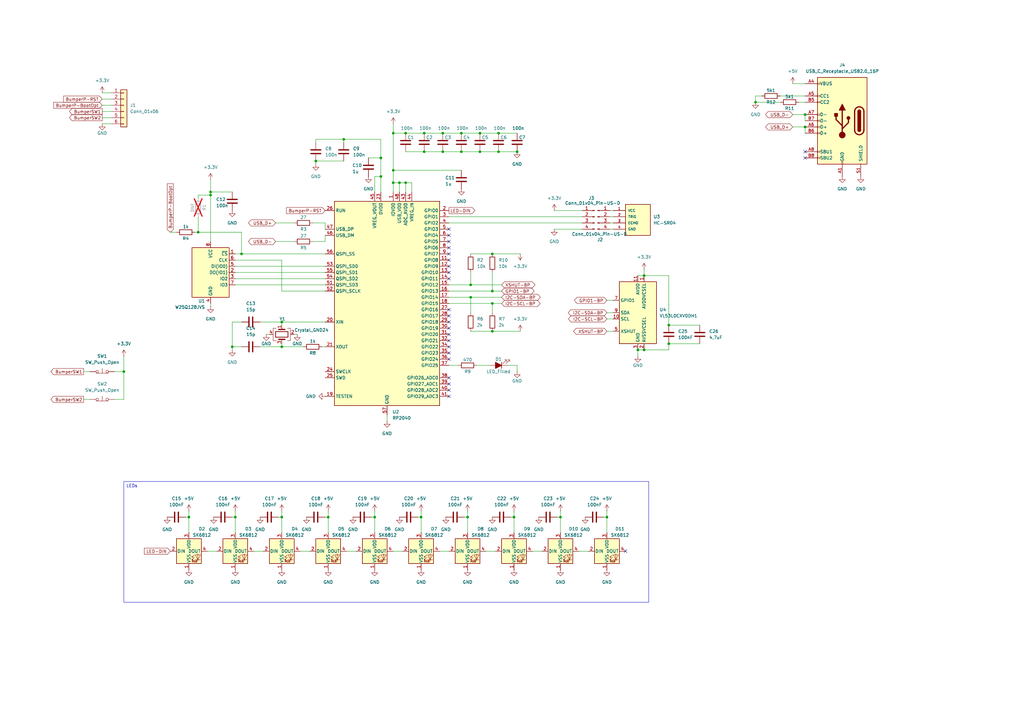
<source format=kicad_sch>
(kicad_sch
	(version 20231120)
	(generator "eeschema")
	(generator_version "8.0")
	(uuid "36d92946-971c-4240-b54e-9e2d07948ff2")
	(paper "A3")
	
	(junction
		(at 309.88 41.91)
		(diameter 0)
		(color 0 0 0 0)
		(uuid "05547058-b17b-487f-b8f5-ce52e4db0a1f")
	)
	(junction
		(at 204.47 62.23)
		(diameter 0)
		(color 0 0 0 0)
		(uuid "0d5157b0-5cb3-4ad8-bc2d-e990c3a903ae")
	)
	(junction
		(at 191.77 212.09)
		(diameter 0)
		(color 0 0 0 0)
		(uuid "155b40e2-7fee-4cf7-8066-7beee158877a")
	)
	(junction
		(at 96.52 212.09)
		(diameter 0)
		(color 0 0 0 0)
		(uuid "18aad7ed-48d6-4edc-ada4-5c39c227acc6")
	)
	(junction
		(at 201.93 124.46)
		(diameter 0)
		(color 0 0 0 0)
		(uuid "237af565-1ad1-4128-8188-8dcb54148b3a")
	)
	(junction
		(at 99.06 104.14)
		(diameter 0)
		(color 0 0 0 0)
		(uuid "29c4d65c-c01a-4196-8257-65c957c671eb")
	)
	(junction
		(at 115.57 142.24)
		(diameter 0)
		(color 0 0 0 0)
		(uuid "2e24d5da-9d91-41a7-89ab-b485aeb05e8b")
	)
	(junction
		(at 210.82 212.09)
		(diameter 0)
		(color 0 0 0 0)
		(uuid "3452e02f-fea0-4633-bf76-565c5301ed5d")
	)
	(junction
		(at 189.23 54.61)
		(diameter 0)
		(color 0 0 0 0)
		(uuid "373e636b-3150-4359-90d5-42b1578ad063")
	)
	(junction
		(at 330.2 46.99)
		(diameter 0)
		(color 0 0 0 0)
		(uuid "3f956a00-5e1c-493d-921c-197391f8aea1")
	)
	(junction
		(at 264.16 143.51)
		(diameter 0)
		(color 0 0 0 0)
		(uuid "457ea03b-8e32-45d1-b08b-1505e788b996")
	)
	(junction
		(at 134.62 212.09)
		(diameter 0)
		(color 0 0 0 0)
		(uuid "5099913d-0698-4ed2-8c3a-cbb53de597eb")
	)
	(junction
		(at 161.29 54.61)
		(diameter 0)
		(color 0 0 0 0)
		(uuid "5ec0ba31-19ea-4a50-a4da-90f72d98a8ef")
	)
	(junction
		(at 156.21 72.39)
		(diameter 0)
		(color 0 0 0 0)
		(uuid "60727940-518b-4ee4-adbe-1b1367911cb3")
	)
	(junction
		(at 81.28 95.25)
		(diameter 0)
		(color 0 0 0 0)
		(uuid "6470e56f-23d1-41cf-86fd-d536c9b501de")
	)
	(junction
		(at 173.99 54.61)
		(diameter 0)
		(color 0 0 0 0)
		(uuid "681d2666-eb46-4aa1-9a0c-0267eaf81693")
	)
	(junction
		(at 204.47 54.61)
		(diameter 0)
		(color 0 0 0 0)
		(uuid "69ed047b-4a4c-48b3-b2ab-ab7f94c777a1")
	)
	(junction
		(at 181.61 54.61)
		(diameter 0)
		(color 0 0 0 0)
		(uuid "6aaf50ab-21b7-49c6-9dde-fa9a1f58f806")
	)
	(junction
		(at 166.37 74.93)
		(diameter 0)
		(color 0 0 0 0)
		(uuid "6c380d06-547f-4f64-bf13-6b8851488454")
	)
	(junction
		(at 77.47 212.09)
		(diameter 0)
		(color 0 0 0 0)
		(uuid "6cef376d-d80d-4368-8fc1-cf5f05c1467f")
	)
	(junction
		(at 248.92 212.09)
		(diameter 0)
		(color 0 0 0 0)
		(uuid "70f665c3-30fa-411a-98fe-977c3c839312")
	)
	(junction
		(at 153.67 212.09)
		(diameter 0)
		(color 0 0 0 0)
		(uuid "72628340-bb8e-42da-8f46-5b7a11d1636f")
	)
	(junction
		(at 196.85 62.23)
		(diameter 0)
		(color 0 0 0 0)
		(uuid "74b2f249-6715-4bbb-b3ef-4bb0a52b2e25")
	)
	(junction
		(at 201.93 104.14)
		(diameter 0)
		(color 0 0 0 0)
		(uuid "7f3c468a-6808-462d-aeb2-284e47eb9ccf")
	)
	(junction
		(at 181.61 62.23)
		(diameter 0)
		(color 0 0 0 0)
		(uuid "804302c3-abbd-4e6e-a907-0d5fdaa437cf")
	)
	(junction
		(at 330.2 52.07)
		(diameter 0)
		(color 0 0 0 0)
		(uuid "85468f7d-1bc3-4e8f-b943-31afc36d2415")
	)
	(junction
		(at 140.97 57.15)
		(diameter 0)
		(color 0 0 0 0)
		(uuid "86df0b20-c4e8-4c22-8a39-e4aa7197bf69")
	)
	(junction
		(at 115.57 132.08)
		(diameter 0)
		(color 0 0 0 0)
		(uuid "990c2c26-5523-437f-b4dc-6e934dda55da")
	)
	(junction
		(at 86.36 78.74)
		(diameter 0)
		(color 0 0 0 0)
		(uuid "99180c36-f9aa-449e-8cdc-c72acab0bdb2")
	)
	(junction
		(at 163.83 74.93)
		(diameter 0)
		(color 0 0 0 0)
		(uuid "9dc5926c-16d3-44d2-adfb-4985271da647")
	)
	(junction
		(at 161.29 69.85)
		(diameter 0)
		(color 0 0 0 0)
		(uuid "a198580f-94fa-4b61-a67c-77f0265129fa")
	)
	(junction
		(at 201.93 135.89)
		(diameter 0)
		(color 0 0 0 0)
		(uuid "a7bccdfb-f5d5-44c3-86a2-6114dbee4ab9")
	)
	(junction
		(at 193.04 121.92)
		(diameter 0)
		(color 0 0 0 0)
		(uuid "a84a6c11-af81-4707-bfae-797a21513b9b")
	)
	(junction
		(at 166.37 54.61)
		(diameter 0)
		(color 0 0 0 0)
		(uuid "aa79f17b-bede-49e3-8d07-3496baa39550")
	)
	(junction
		(at 193.04 116.84)
		(diameter 0)
		(color 0 0 0 0)
		(uuid "b0894164-40d4-4f02-8e18-4b5b9455b8d2")
	)
	(junction
		(at 274.32 133.35)
		(diameter 0)
		(color 0 0 0 0)
		(uuid "b12b0b7f-8386-48c5-a07e-e87f451a2a43")
	)
	(junction
		(at 212.09 62.23)
		(diameter 0)
		(color 0 0 0 0)
		(uuid "b2c1347b-0b43-41cb-b38e-11d97955289f")
	)
	(junction
		(at 50.8 152.4)
		(diameter 0)
		(color 0 0 0 0)
		(uuid "b3aa5f87-cfd9-436d-af32-ac0cf9705319")
	)
	(junction
		(at 95.25 142.24)
		(diameter 0)
		(color 0 0 0 0)
		(uuid "c55bb032-2f5a-4647-a91e-97618ae3349b")
	)
	(junction
		(at 156.21 64.77)
		(diameter 0)
		(color 0 0 0 0)
		(uuid "cd425256-cc0d-4ee4-af73-f5b9fb1e4400")
	)
	(junction
		(at 129.54 66.04)
		(diameter 0)
		(color 0 0 0 0)
		(uuid "ce0295f1-aaed-4565-896f-64b71e41c603")
	)
	(junction
		(at 173.99 62.23)
		(diameter 0)
		(color 0 0 0 0)
		(uuid "ceacc698-2d3a-4557-91f7-45f5050ee423")
	)
	(junction
		(at 172.72 212.09)
		(diameter 0)
		(color 0 0 0 0)
		(uuid "d2c6e9bc-9f02-4731-915a-e64b34a08eb9")
	)
	(junction
		(at 161.29 74.93)
		(diameter 0)
		(color 0 0 0 0)
		(uuid "d2dacbbd-5608-4ca7-8388-243f259d6356")
	)
	(junction
		(at 196.85 54.61)
		(diameter 0)
		(color 0 0 0 0)
		(uuid "dc55563a-ad27-42aa-86a0-2b25bb23a3f0")
	)
	(junction
		(at 264.16 113.03)
		(diameter 0)
		(color 0 0 0 0)
		(uuid "de8a77b6-20fd-47f6-b4c7-c0a4cacef1e9")
	)
	(junction
		(at 115.57 212.09)
		(diameter 0)
		(color 0 0 0 0)
		(uuid "e5a06619-4bd2-443f-b991-0444b334153d")
	)
	(junction
		(at 261.62 143.51)
		(diameter 0)
		(color 0 0 0 0)
		(uuid "e864929b-dd44-45c3-a978-3a99dc30dc9c")
	)
	(junction
		(at 86.36 80.01)
		(diameter 0)
		(color 0 0 0 0)
		(uuid "ed185471-acf8-4713-bacc-aef90463ee10")
	)
	(junction
		(at 189.23 62.23)
		(diameter 0)
		(color 0 0 0 0)
		(uuid "ee6af4b8-3260-41bb-830a-2eaf1613c88b")
	)
	(junction
		(at 201.93 119.38)
		(diameter 0)
		(color 0 0 0 0)
		(uuid "f348b6f8-45ca-4edc-9410-d7bcfd7dbbac")
	)
	(junction
		(at 229.87 212.09)
		(diameter 0)
		(color 0 0 0 0)
		(uuid "f671bddb-f956-4c32-ab24-c19f7aaae103")
	)
	(junction
		(at 274.32 140.97)
		(diameter 0)
		(color 0 0 0 0)
		(uuid "f7b5a3fc-01f5-4cfa-95b1-c0d8a58aac05")
	)
	(no_connect
		(at 184.15 137.16)
		(uuid "10854128-7090-406c-9a51-757b4f793d03")
	)
	(no_connect
		(at 184.15 144.78)
		(uuid "1e2b1488-a251-42eb-bc0c-63a489337d75")
	)
	(no_connect
		(at 330.2 64.77)
		(uuid "24dc4173-d651-4092-934d-66a5dd6674b2")
	)
	(no_connect
		(at 330.2 62.23)
		(uuid "2fe3d592-a37b-4bdb-b469-6ffaf5b641ef")
	)
	(no_connect
		(at 184.15 134.62)
		(uuid "34cb4ea9-4e63-4805-9dae-bb003a77ad5a")
	)
	(no_connect
		(at 184.15 109.22)
		(uuid "44660289-916d-494a-b1db-726c6b5767cb")
	)
	(no_connect
		(at 184.15 93.98)
		(uuid "51c59c60-f767-4a5a-bfc9-c86336888cb1")
	)
	(no_connect
		(at 184.15 99.06)
		(uuid "51e61c5c-113d-4437-a41d-b81c3f48933f")
	)
	(no_connect
		(at 184.15 154.94)
		(uuid "55df10cd-711a-432f-bdbb-ce16f05f05a7")
	)
	(no_connect
		(at 184.15 132.08)
		(uuid "59ff455b-37ee-44d6-a3f7-4fb3da3a0753")
	)
	(no_connect
		(at 184.15 104.14)
		(uuid "6987fed2-f4d1-4fed-867a-87bf87470c23")
	)
	(no_connect
		(at 184.15 147.32)
		(uuid "6aedc5d7-029a-432e-a0e7-48b7abee7e33")
	)
	(no_connect
		(at 256.54 226.06)
		(uuid "7047142e-7dff-4984-adc1-55570150dbfc")
	)
	(no_connect
		(at 184.15 101.6)
		(uuid "782ec9ff-aa51-4141-9a84-cd26c6b5e813")
	)
	(no_connect
		(at 184.15 96.52)
		(uuid "80fac841-00e9-4ed5-bc26-4c6591235396")
	)
	(no_connect
		(at 184.15 129.54)
		(uuid "8c88925d-387d-4f73-a716-bb6fa24dda4b")
	)
	(no_connect
		(at 184.15 162.56)
		(uuid "94f6ceaa-a4d2-45e8-830a-38efd12afea0")
	)
	(no_connect
		(at 184.15 139.7)
		(uuid "a0bd840e-e3f4-4814-9b1b-76c125870a23")
	)
	(no_connect
		(at 184.15 160.02)
		(uuid "b45cb144-d9f8-486c-abbf-6f8acd20f5c6")
	)
	(no_connect
		(at 184.15 106.68)
		(uuid "cef532fa-5a29-4449-a76a-74c15d37f1fd")
	)
	(no_connect
		(at 184.15 111.76)
		(uuid "d2764cfd-71c4-4262-a278-b3ee5244c04a")
	)
	(no_connect
		(at 184.15 127)
		(uuid "d435f1cb-dd6f-4f90-b7ce-75552b195acb")
	)
	(no_connect
		(at 184.15 114.3)
		(uuid "eefb1065-67f0-40d3-9b52-69bdaab64f73")
	)
	(no_connect
		(at 184.15 142.24)
		(uuid "f58e423d-bcdf-41e8-af1b-066f09d8ad1f")
	)
	(no_connect
		(at 184.15 157.48)
		(uuid "febe34b7-e5e5-4d84-8f41-d38a890a8304")
	)
	(wire
		(pts
			(xy 161.29 69.85) (xy 189.23 69.85)
		)
		(stroke
			(width 0)
			(type default)
		)
		(uuid "006c65e9-48a4-47fb-ae88-bd36c6584eb7")
	)
	(wire
		(pts
			(xy 115.57 212.09) (xy 115.57 218.44)
		)
		(stroke
			(width 0)
			(type default)
		)
		(uuid "00788610-013f-42f8-ae42-f9588e2edeb0")
	)
	(wire
		(pts
			(xy 204.47 54.61) (xy 212.09 54.61)
		)
		(stroke
			(width 0)
			(type default)
		)
		(uuid "0144ea31-2344-4776-8423-34c41755d55f")
	)
	(wire
		(pts
			(xy 250.19 88.9) (xy 251.46 88.9)
		)
		(stroke
			(width 0)
			(type default)
		)
		(uuid "017c2053-2589-409e-91ce-33031fd8d271")
	)
	(wire
		(pts
			(xy 104.14 226.06) (xy 107.95 226.06)
		)
		(stroke
			(width 0)
			(type default)
		)
		(uuid "02b92b2d-93f2-4e63-8782-2905763fb33f")
	)
	(wire
		(pts
			(xy 204.47 62.23) (xy 212.09 62.23)
		)
		(stroke
			(width 0)
			(type default)
		)
		(uuid "02e61c8f-aa99-4708-92c1-b3e46c62be8d")
	)
	(wire
		(pts
			(xy 123.19 226.06) (xy 127 226.06)
		)
		(stroke
			(width 0)
			(type default)
		)
		(uuid "03fee13d-5e61-4163-9235-31c85ab3587f")
	)
	(wire
		(pts
			(xy 106.68 132.08) (xy 115.57 132.08)
		)
		(stroke
			(width 0)
			(type default)
		)
		(uuid "086ce7cb-a868-4e99-a13c-1b3cefceca5e")
	)
	(wire
		(pts
			(xy 184.15 88.9) (xy 238.76 88.9)
		)
		(stroke
			(width 0)
			(type default)
		)
		(uuid "0e9c89f8-fe1b-4f50-ba32-7db48e5190d5")
	)
	(wire
		(pts
			(xy 99.06 104.14) (xy 133.35 104.14)
		)
		(stroke
			(width 0)
			(type default)
		)
		(uuid "0ec87c70-6a0a-4c23-8e11-daf75513eb1b")
	)
	(wire
		(pts
			(xy 250.19 91.44) (xy 251.46 91.44)
		)
		(stroke
			(width 0)
			(type default)
		)
		(uuid "0fd488ef-2e4a-42c1-a3e8-c0741c3a18aa")
	)
	(wire
		(pts
			(xy 114.3 212.09) (xy 115.57 212.09)
		)
		(stroke
			(width 0)
			(type default)
		)
		(uuid "100af7de-26b2-4b35-a7c9-c41089514002")
	)
	(wire
		(pts
			(xy 96.52 209.55) (xy 96.52 212.09)
		)
		(stroke
			(width 0)
			(type default)
		)
		(uuid "15266eec-32a5-4f54-a511-548475134b76")
	)
	(wire
		(pts
			(xy 201.93 124.46) (xy 201.93 128.27)
		)
		(stroke
			(width 0)
			(type default)
		)
		(uuid "154d665e-c77c-47f3-bb91-ba3769e04478")
	)
	(wire
		(pts
			(xy 309.88 39.37) (xy 309.88 41.91)
		)
		(stroke
			(width 0)
			(type default)
		)
		(uuid "156e934c-0784-43ee-90f5-d8ac54152532")
	)
	(wire
		(pts
			(xy 77.47 212.09) (xy 77.47 218.44)
		)
		(stroke
			(width 0)
			(type default)
		)
		(uuid "1722e972-d0de-4b99-936a-6573a3489d3c")
	)
	(wire
		(pts
			(xy 201.93 124.46) (xy 205.74 124.46)
		)
		(stroke
			(width 0)
			(type default)
		)
		(uuid "18299a4d-0b1c-446b-b1a3-d9a1a5c381f4")
	)
	(wire
		(pts
			(xy 109.22 137.16) (xy 110.49 137.16)
		)
		(stroke
			(width 0)
			(type default)
		)
		(uuid "19773223-4951-4c92-92ba-52f4bd00da93")
	)
	(wire
		(pts
			(xy 173.99 54.61) (xy 181.61 54.61)
		)
		(stroke
			(width 0)
			(type default)
		)
		(uuid "19bb7c13-8e0d-415b-b4b2-58c80dc6576a")
	)
	(wire
		(pts
			(xy 166.37 78.74) (xy 166.37 74.93)
		)
		(stroke
			(width 0)
			(type default)
		)
		(uuid "1a1a4731-3648-47ee-842b-64a0e04d7311")
	)
	(wire
		(pts
			(xy 153.67 78.74) (xy 153.67 72.39)
		)
		(stroke
			(width 0)
			(type default)
		)
		(uuid "207741e0-0953-4758-99c5-d4bb11402eaf")
	)
	(wire
		(pts
			(xy 115.57 142.24) (xy 115.57 140.97)
		)
		(stroke
			(width 0)
			(type default)
		)
		(uuid "2198fd4f-b1a7-4fd0-a367-b4f30aa73404")
	)
	(wire
		(pts
			(xy 86.36 125.73) (xy 86.36 124.46)
		)
		(stroke
			(width 0)
			(type default)
		)
		(uuid "27808888-435d-4644-b99a-ade865445cb7")
	)
	(wire
		(pts
			(xy 166.37 54.61) (xy 173.99 54.61)
		)
		(stroke
			(width 0)
			(type default)
		)
		(uuid "27ef3c19-8a05-4a62-a755-932aba3d8b32")
	)
	(wire
		(pts
			(xy 69.85 95.25) (xy 72.39 95.25)
		)
		(stroke
			(width 0)
			(type default)
		)
		(uuid "2884f078-da95-4517-a8cf-60e31a929475")
	)
	(wire
		(pts
			(xy 193.04 135.89) (xy 201.93 135.89)
		)
		(stroke
			(width 0)
			(type default)
		)
		(uuid "299b1ab7-03d3-4eac-a340-d6b76c6c01b5")
	)
	(wire
		(pts
			(xy 50.8 146.05) (xy 50.8 152.4)
		)
		(stroke
			(width 0)
			(type default)
		)
		(uuid "2aa694ca-dd9d-4563-bdeb-e9b7da47e8d7")
	)
	(wire
		(pts
			(xy 193.04 116.84) (xy 205.74 116.84)
		)
		(stroke
			(width 0)
			(type default)
		)
		(uuid "3115a284-9fbc-47d0-b318-f06e9da117e2")
	)
	(wire
		(pts
			(xy 156.21 64.77) (xy 156.21 72.39)
		)
		(stroke
			(width 0)
			(type default)
		)
		(uuid "3359c808-629a-4b5d-b114-bc08342fe9ac")
	)
	(wire
		(pts
			(xy 196.85 54.61) (xy 204.47 54.61)
		)
		(stroke
			(width 0)
			(type default)
		)
		(uuid "3569e052-3f56-4523-af89-af34ea750ca6")
	)
	(wire
		(pts
			(xy 172.72 212.09) (xy 172.72 218.44)
		)
		(stroke
			(width 0)
			(type default)
		)
		(uuid "3575c365-085b-479e-8375-6b2baf78fbcd")
	)
	(wire
		(pts
			(xy 201.93 135.89) (xy 213.36 135.89)
		)
		(stroke
			(width 0)
			(type default)
		)
		(uuid "35c9b20a-560b-467d-b311-b616e146ade0")
	)
	(wire
		(pts
			(xy 41.91 48.26) (xy 45.72 48.26)
		)
		(stroke
			(width 0)
			(type default)
		)
		(uuid "384d9d26-054e-400f-b0de-ee6f9ecf9209")
	)
	(wire
		(pts
			(xy 325.12 46.99) (xy 330.2 46.99)
		)
		(stroke
			(width 0)
			(type default)
		)
		(uuid "3982f012-9b84-4a39-af9a-0992c56be671")
	)
	(wire
		(pts
			(xy 115.57 209.55) (xy 115.57 212.09)
		)
		(stroke
			(width 0)
			(type default)
		)
		(uuid "3ba9fa01-f76d-4afc-81c7-012d3bec282e")
	)
	(wire
		(pts
			(xy 133.35 91.44) (xy 128.27 91.44)
		)
		(stroke
			(width 0)
			(type default)
		)
		(uuid "3d74043e-c32d-4181-aad3-c14074ff367f")
	)
	(wire
		(pts
			(xy 96.52 111.76) (xy 133.35 111.76)
		)
		(stroke
			(width 0)
			(type default)
		)
		(uuid "40525853-1ab7-4554-8abf-e5993e0cebb3")
	)
	(wire
		(pts
			(xy 325.12 52.07) (xy 330.2 52.07)
		)
		(stroke
			(width 0)
			(type default)
		)
		(uuid "43d663e2-4e75-4ee6-a40d-707406be134a")
	)
	(wire
		(pts
			(xy 274.32 133.35) (xy 274.32 113.03)
		)
		(stroke
			(width 0)
			(type default)
		)
		(uuid "4453fddb-8d4e-49fd-bc1e-f663360e0b8d")
	)
	(wire
		(pts
			(xy 163.83 78.74) (xy 163.83 74.93)
		)
		(stroke
			(width 0)
			(type default)
		)
		(uuid "4497a75b-c46c-42d1-8139-9e64d11759aa")
	)
	(wire
		(pts
			(xy 187.96 149.86) (xy 184.15 149.86)
		)
		(stroke
			(width 0)
			(type default)
		)
		(uuid "464f5d48-cf77-41ed-993e-0e3ace194a70")
	)
	(wire
		(pts
			(xy 134.62 212.09) (xy 134.62 218.44)
		)
		(stroke
			(width 0)
			(type default)
		)
		(uuid "46ad53c0-3ba2-4e53-82c4-e0b64524f5f5")
	)
	(wire
		(pts
			(xy 81.28 95.25) (xy 99.06 95.25)
		)
		(stroke
			(width 0)
			(type default)
		)
		(uuid "4bbf4983-4c40-44f3-8f08-2e2efac56839")
	)
	(wire
		(pts
			(xy 99.06 104.14) (xy 99.06 95.25)
		)
		(stroke
			(width 0)
			(type default)
		)
		(uuid "5078490b-0577-4b74-a828-81b760a746fc")
	)
	(wire
		(pts
			(xy 189.23 54.61) (xy 196.85 54.61)
		)
		(stroke
			(width 0)
			(type default)
		)
		(uuid "510249d0-9e21-4ef1-a857-f29b4e782415")
	)
	(wire
		(pts
			(xy 96.52 106.68) (xy 115.57 106.68)
		)
		(stroke
			(width 0)
			(type default)
		)
		(uuid "51675858-6feb-4d1c-99f7-5e73af2384e2")
	)
	(wire
		(pts
			(xy 191.77 212.09) (xy 191.77 218.44)
		)
		(stroke
			(width 0)
			(type default)
		)
		(uuid "529dd28c-e77a-4a98-ab52-78c3096e9657")
	)
	(wire
		(pts
			(xy 156.21 57.15) (xy 156.21 64.77)
		)
		(stroke
			(width 0)
			(type default)
		)
		(uuid "53b4fe10-c073-4b83-a557-38a4248a55c6")
	)
	(wire
		(pts
			(xy 201.93 111.76) (xy 201.93 119.38)
		)
		(stroke
			(width 0)
			(type default)
		)
		(uuid "5683316b-1ecf-4aec-9e0e-3ed576561288")
	)
	(wire
		(pts
			(xy 133.35 212.09) (xy 134.62 212.09)
		)
		(stroke
			(width 0)
			(type default)
		)
		(uuid "576918c6-635a-46fe-97d6-4b0927021424")
	)
	(wire
		(pts
			(xy 212.09 149.86) (xy 208.28 149.86)
		)
		(stroke
			(width 0)
			(type default)
		)
		(uuid "586c083f-0aa8-4eb7-9a95-02a4242dffd3")
	)
	(wire
		(pts
			(xy 248.92 209.55) (xy 248.92 212.09)
		)
		(stroke
			(width 0)
			(type default)
		)
		(uuid "588394fe-4eea-4add-981a-de2b087f6971")
	)
	(wire
		(pts
			(xy 86.36 80.01) (xy 86.36 99.06)
		)
		(stroke
			(width 0)
			(type default)
		)
		(uuid "5b8f24b4-2bd8-4bb0-ab3d-a995fe395946")
	)
	(wire
		(pts
			(xy 41.91 43.18) (xy 45.72 43.18)
		)
		(stroke
			(width 0)
			(type default)
		)
		(uuid "5ed80c45-9f67-45af-bef5-fd5d1b91af28")
	)
	(wire
		(pts
			(xy 201.93 104.14) (xy 213.36 104.14)
		)
		(stroke
			(width 0)
			(type default)
		)
		(uuid "613c430e-c4d3-4b60-940f-58c8521b0652")
	)
	(wire
		(pts
			(xy 261.62 143.51) (xy 264.16 143.51)
		)
		(stroke
			(width 0)
			(type default)
		)
		(uuid "63260bef-1ab0-4854-887a-6bca7ffddca6")
	)
	(wire
		(pts
			(xy 250.19 86.36) (xy 251.46 86.36)
		)
		(stroke
			(width 0)
			(type default)
		)
		(uuid "63d8351f-9380-4276-9206-44a5272eb72f")
	)
	(wire
		(pts
			(xy 41.91 45.72) (xy 45.72 45.72)
		)
		(stroke
			(width 0)
			(type default)
		)
		(uuid "640c726f-469f-45b9-96c7-c978508e1f00")
	)
	(wire
		(pts
			(xy 312.42 39.37) (xy 309.88 39.37)
		)
		(stroke
			(width 0)
			(type default)
		)
		(uuid "66e1d751-46c6-49b2-8488-ef610da41731")
	)
	(wire
		(pts
			(xy 320.04 39.37) (xy 330.2 39.37)
		)
		(stroke
			(width 0)
			(type default)
		)
		(uuid "67c423d6-cc69-4fa9-9c05-04576a597339")
	)
	(wire
		(pts
			(xy 34.29 152.4) (xy 36.83 152.4)
		)
		(stroke
			(width 0)
			(type default)
		)
		(uuid "67d2ad9d-7f5f-45ca-b287-6ffa709712ed")
	)
	(wire
		(pts
			(xy 184.15 91.44) (xy 238.76 91.44)
		)
		(stroke
			(width 0)
			(type default)
		)
		(uuid "686cdad2-10bf-42e7-a6f4-ec2b5e00f679")
	)
	(wire
		(pts
			(xy 142.24 226.06) (xy 146.05 226.06)
		)
		(stroke
			(width 0)
			(type default)
		)
		(uuid "6871fa9e-5580-4d10-96cc-3b50778465a7")
	)
	(wire
		(pts
			(xy 184.15 119.38) (xy 201.93 119.38)
		)
		(stroke
			(width 0)
			(type default)
		)
		(uuid "6889a132-0b1e-4e8a-8ec0-3207c93ae6f2")
	)
	(wire
		(pts
			(xy 195.58 149.86) (xy 200.66 149.86)
		)
		(stroke
			(width 0)
			(type default)
		)
		(uuid "6999fd3a-c546-4f13-a05f-1e2f26e33b76")
	)
	(wire
		(pts
			(xy 140.97 57.15) (xy 156.21 57.15)
		)
		(stroke
			(width 0)
			(type default)
		)
		(uuid "69f649ad-ba5d-4167-ade6-a94bb9ef2ae1")
	)
	(wire
		(pts
			(xy 41.91 40.64) (xy 45.72 40.64)
		)
		(stroke
			(width 0)
			(type default)
		)
		(uuid "70116a38-a960-4c5d-a659-555e24d34af8")
	)
	(wire
		(pts
			(xy 261.62 143.51) (xy 261.62 146.05)
		)
		(stroke
			(width 0)
			(type default)
		)
		(uuid "70cb56cf-8d3d-4527-bcc1-2e307aa93228")
	)
	(wire
		(pts
			(xy 237.49 226.06) (xy 241.3 226.06)
		)
		(stroke
			(width 0)
			(type default)
		)
		(uuid "70e29546-7d05-4bb2-9740-cba8b817b92a")
	)
	(wire
		(pts
			(xy 309.88 41.91) (xy 320.04 41.91)
		)
		(stroke
			(width 0)
			(type default)
		)
		(uuid "724e8bd3-f60a-4a59-95c5-7f68e4fd71ea")
	)
	(wire
		(pts
			(xy 50.8 152.4) (xy 46.99 152.4)
		)
		(stroke
			(width 0)
			(type default)
		)
		(uuid "73ed47a9-fef5-47af-9e5b-2e3ae78f476c")
	)
	(wire
		(pts
			(xy 168.91 74.93) (xy 166.37 74.93)
		)
		(stroke
			(width 0)
			(type default)
		)
		(uuid "742acf69-a77d-4140-9bd1-1b38a11e2905")
	)
	(wire
		(pts
			(xy 166.37 74.93) (xy 163.83 74.93)
		)
		(stroke
			(width 0)
			(type default)
		)
		(uuid "75307549-ce41-4da7-a77f-1561ae996651")
	)
	(wire
		(pts
			(xy 228.6 212.09) (xy 229.87 212.09)
		)
		(stroke
			(width 0)
			(type default)
		)
		(uuid "766ed0a6-b0b6-4b5a-86f1-c4ca44f0e08b")
	)
	(wire
		(pts
			(xy 161.29 69.85) (xy 161.29 74.93)
		)
		(stroke
			(width 0)
			(type default)
		)
		(uuid "77d2b16a-4dac-475e-b18b-8c406cf45969")
	)
	(wire
		(pts
			(xy 50.8 163.83) (xy 46.99 163.83)
		)
		(stroke
			(width 0)
			(type default)
		)
		(uuid "77dcae48-e698-4f96-8562-73ae74c5b2e4")
	)
	(wire
		(pts
			(xy 181.61 54.61) (xy 189.23 54.61)
		)
		(stroke
			(width 0)
			(type default)
		)
		(uuid "7c30d304-39fe-435e-b421-3f1dad53b86f")
	)
	(wire
		(pts
			(xy 327.66 41.91) (xy 330.2 41.91)
		)
		(stroke
			(width 0)
			(type default)
		)
		(uuid "7c8916e5-cec2-4188-8f24-444a7f00b87c")
	)
	(wire
		(pts
			(xy 106.68 142.24) (xy 115.57 142.24)
		)
		(stroke
			(width 0)
			(type default)
		)
		(uuid "7e3b124b-df48-4bb2-95bd-ba5ca12d5865")
	)
	(wire
		(pts
			(xy 201.93 119.38) (xy 205.74 119.38)
		)
		(stroke
			(width 0)
			(type default)
		)
		(uuid "82492019-fcf7-4c42-b10e-e7da87a8f68d")
	)
	(wire
		(pts
			(xy 95.25 142.24) (xy 95.25 143.51)
		)
		(stroke
			(width 0)
			(type default)
		)
		(uuid "83bfbbb5-9d82-4364-9e9a-ff350b948d98")
	)
	(wire
		(pts
			(xy 247.65 212.09) (xy 248.92 212.09)
		)
		(stroke
			(width 0)
			(type default)
		)
		(uuid "8486a921-129e-47a3-bf70-27c7ffc410d7")
	)
	(wire
		(pts
			(xy 274.32 143.51) (xy 274.32 140.97)
		)
		(stroke
			(width 0)
			(type default)
		)
		(uuid "866db786-c253-4190-928c-8554d6de4494")
	)
	(wire
		(pts
			(xy 128.27 99.06) (xy 133.35 99.06)
		)
		(stroke
			(width 0)
			(type default)
		)
		(uuid "86bd57ce-b08f-4e25-8102-c26e7d71b8dc")
	)
	(wire
		(pts
			(xy 248.92 130.81) (xy 251.46 130.81)
		)
		(stroke
			(width 0)
			(type default)
		)
		(uuid "8a646f47-cfde-4432-90fa-665c7d1b3216")
	)
	(wire
		(pts
			(xy 212.09 152.4) (xy 212.09 149.86)
		)
		(stroke
			(width 0)
			(type default)
		)
		(uuid "8c821447-0b7e-45e2-a79c-b7c71849f7d0")
	)
	(wire
		(pts
			(xy 210.82 212.09) (xy 210.82 218.44)
		)
		(stroke
			(width 0)
			(type default)
		)
		(uuid "8dcaa11c-e67d-4c2a-901a-2e7c33307007")
	)
	(wire
		(pts
			(xy 325.12 34.29) (xy 330.2 34.29)
		)
		(stroke
			(width 0)
			(type default)
		)
		(uuid "8edd1854-a78b-490c-a40e-3e4bb7c2ad40")
	)
	(wire
		(pts
			(xy 152.4 212.09) (xy 153.67 212.09)
		)
		(stroke
			(width 0)
			(type default)
		)
		(uuid "91975361-7dd8-426e-987e-9e52e39bac3a")
	)
	(wire
		(pts
			(xy 95.25 142.24) (xy 99.06 142.24)
		)
		(stroke
			(width 0)
			(type default)
		)
		(uuid "9563aaa0-d21f-4670-8e8e-e0e6953e8db3")
	)
	(wire
		(pts
			(xy 227.33 93.98) (xy 238.76 93.98)
		)
		(stroke
			(width 0)
			(type default)
		)
		(uuid "958c849c-7f29-4250-9f3a-06ac65f80462")
	)
	(wire
		(pts
			(xy 274.32 133.35) (xy 287.02 133.35)
		)
		(stroke
			(width 0)
			(type default)
		)
		(uuid "9833f083-4ccc-4efd-bb73-115fa1a56d92")
	)
	(wire
		(pts
			(xy 261.62 113.03) (xy 264.16 113.03)
		)
		(stroke
			(width 0)
			(type default)
		)
		(uuid "98b577a4-bc9a-4244-8681-75c99a597bf8")
	)
	(wire
		(pts
			(xy 229.87 209.55) (xy 229.87 212.09)
		)
		(stroke
			(width 0)
			(type default)
		)
		(uuid "9ce61868-5e16-4e04-b16d-7c1b003b66cb")
	)
	(wire
		(pts
			(xy 95.25 212.09) (xy 96.52 212.09)
		)
		(stroke
			(width 0)
			(type default)
		)
		(uuid "9d617314-a713-467b-b593-bc9503dfac75")
	)
	(wire
		(pts
			(xy 168.91 78.74) (xy 168.91 74.93)
		)
		(stroke
			(width 0)
			(type default)
		)
		(uuid "9e12b026-434b-40a3-8d64-b4f2a5883c65")
	)
	(wire
		(pts
			(xy 50.8 152.4) (xy 50.8 163.83)
		)
		(stroke
			(width 0)
			(type default)
		)
		(uuid "9eb02b81-ab04-4f60-b510-823dc22af710")
	)
	(wire
		(pts
			(xy 248.92 128.27) (xy 251.46 128.27)
		)
		(stroke
			(width 0)
			(type default)
		)
		(uuid "9f316a7b-2acf-409a-8e31-bf51afb11aa8")
	)
	(wire
		(pts
			(xy 193.04 104.14) (xy 201.93 104.14)
		)
		(stroke
			(width 0)
			(type default)
		)
		(uuid "a099248b-1180-4942-b38a-726a54bbaff7")
	)
	(wire
		(pts
			(xy 196.85 62.23) (xy 204.47 62.23)
		)
		(stroke
			(width 0)
			(type default)
		)
		(uuid "a124f802-e26b-4868-b679-c7aea208db30")
	)
	(wire
		(pts
			(xy 81.28 88.9) (xy 81.28 95.25)
		)
		(stroke
			(width 0)
			(type default)
		)
		(uuid "a2827451-6465-4106-b1af-17e4097e3c9a")
	)
	(wire
		(pts
			(xy 96.52 212.09) (xy 96.52 218.44)
		)
		(stroke
			(width 0)
			(type default)
		)
		(uuid "a2aaba8c-4589-44b6-b1a0-db075dcb0298")
	)
	(wire
		(pts
			(xy 86.36 78.74) (xy 86.36 80.01)
		)
		(stroke
			(width 0)
			(type default)
		)
		(uuid "a5d3b577-6bd0-49ab-9b83-21ab1e57581b")
	)
	(wire
		(pts
			(xy 166.37 62.23) (xy 173.99 62.23)
		)
		(stroke
			(width 0)
			(type default)
		)
		(uuid "a5eabeac-88c7-462b-9887-462c485574c5")
	)
	(wire
		(pts
			(xy 86.36 73.66) (xy 86.36 78.74)
		)
		(stroke
			(width 0)
			(type default)
		)
		(uuid "aa9046c9-b7ff-4613-8690-cdc102988009")
	)
	(wire
		(pts
			(xy 115.57 119.38) (xy 115.57 106.68)
		)
		(stroke
			(width 0)
			(type default)
		)
		(uuid "ac047cd3-a4ef-4fbb-b81a-d83ac8f54d7d")
	)
	(wire
		(pts
			(xy 248.92 123.19) (xy 251.46 123.19)
		)
		(stroke
			(width 0)
			(type default)
		)
		(uuid "ac8d0c62-8da3-4fb0-92d7-8610e42ba7c6")
	)
	(wire
		(pts
			(xy 158.75 172.72) (xy 158.75 170.18)
		)
		(stroke
			(width 0)
			(type default)
		)
		(uuid "acc33ea8-9692-4af3-91f1-f7366a2b30eb")
	)
	(wire
		(pts
			(xy 274.32 113.03) (xy 264.16 113.03)
		)
		(stroke
			(width 0)
			(type default)
		)
		(uuid "acf1ce95-72b8-4d0a-aa3e-2eb846be685d")
	)
	(wire
		(pts
			(xy 264.16 143.51) (xy 274.32 143.51)
		)
		(stroke
			(width 0)
			(type default)
		)
		(uuid "adbb2b34-0a94-47fd-9050-e382d3bb7fe5")
	)
	(wire
		(pts
			(xy 330.2 52.07) (xy 330.2 54.61)
		)
		(stroke
			(width 0)
			(type default)
		)
		(uuid "af39abd6-3563-4039-9154-b21059086c88")
	)
	(wire
		(pts
			(xy 191.77 209.55) (xy 191.77 212.09)
		)
		(stroke
			(width 0)
			(type default)
		)
		(uuid "b0e7eb81-bb46-401a-b52a-ccc98df7cdca")
	)
	(wire
		(pts
			(xy 161.29 54.61) (xy 166.37 54.61)
		)
		(stroke
			(width 0)
			(type default)
		)
		(uuid "b1122667-bacb-435b-8597-e6768d64e6d3")
	)
	(wire
		(pts
			(xy 96.52 109.22) (xy 133.35 109.22)
		)
		(stroke
			(width 0)
			(type default)
		)
		(uuid "b2bb1d54-2bec-4fc3-b1f1-0b321cdab2c7")
	)
	(wire
		(pts
			(xy 132.08 142.24) (xy 133.35 142.24)
		)
		(stroke
			(width 0)
			(type default)
		)
		(uuid "b371af03-f8fc-482d-b4b1-6fcbda88d788")
	)
	(wire
		(pts
			(xy 140.97 57.15) (xy 140.97 58.42)
		)
		(stroke
			(width 0)
			(type default)
		)
		(uuid "b372e7eb-01c8-4454-8e06-bb4ca405bfb7")
	)
	(wire
		(pts
			(xy 180.34 226.06) (xy 184.15 226.06)
		)
		(stroke
			(width 0)
			(type default)
		)
		(uuid "b539b318-f6fe-450c-b621-1e60b1c2f7ef")
	)
	(wire
		(pts
			(xy 156.21 72.39) (xy 156.21 78.74)
		)
		(stroke
			(width 0)
			(type default)
		)
		(uuid "b61b2f24-9083-4eb8-b5d5-c854c61af8bd")
	)
	(wire
		(pts
			(xy 129.54 66.04) (xy 140.97 66.04)
		)
		(stroke
			(width 0)
			(type default)
		)
		(uuid "b62a4522-6f7f-4282-8ebf-02340f0c1337")
	)
	(wire
		(pts
			(xy 86.36 80.01) (xy 81.28 80.01)
		)
		(stroke
			(width 0)
			(type default)
		)
		(uuid "b871762f-f183-4320-a162-3d215087d368")
	)
	(wire
		(pts
			(xy 96.52 114.3) (xy 133.35 114.3)
		)
		(stroke
			(width 0)
			(type default)
		)
		(uuid "b914e84d-525b-4e7a-a591-7ec29055a1c1")
	)
	(wire
		(pts
			(xy 153.67 72.39) (xy 156.21 72.39)
		)
		(stroke
			(width 0)
			(type default)
		)
		(uuid "b9fa02ff-b326-4a1d-b9f4-a36c4144e109")
	)
	(wire
		(pts
			(xy 133.35 93.98) (xy 133.35 91.44)
		)
		(stroke
			(width 0)
			(type default)
		)
		(uuid "ba642e68-1768-4909-a79d-f20520e02cef")
	)
	(wire
		(pts
			(xy 129.54 66.04) (xy 129.54 67.31)
		)
		(stroke
			(width 0)
			(type default)
		)
		(uuid "badf2e00-6503-4eb4-a217-9543b7d6d530")
	)
	(wire
		(pts
			(xy 121.92 137.16) (xy 120.65 137.16)
		)
		(stroke
			(width 0)
			(type default)
		)
		(uuid "bb3359f5-864d-4be0-a43d-c987d2e4f2ff")
	)
	(wire
		(pts
			(xy 184.15 124.46) (xy 201.93 124.46)
		)
		(stroke
			(width 0)
			(type default)
		)
		(uuid "bba4a7f0-e25c-4928-a0be-dc8f4eedf09a")
	)
	(wire
		(pts
			(xy 274.32 140.97) (xy 287.02 140.97)
		)
		(stroke
			(width 0)
			(type default)
		)
		(uuid "bbe08d5c-be05-4f02-95d3-936a963107e4")
	)
	(wire
		(pts
			(xy 134.62 209.55) (xy 134.62 212.09)
		)
		(stroke
			(width 0)
			(type default)
		)
		(uuid "bc6c94ee-a73a-4e45-ab99-5cdae83306b7")
	)
	(wire
		(pts
			(xy 77.47 209.55) (xy 77.47 212.09)
		)
		(stroke
			(width 0)
			(type default)
		)
		(uuid "bcbd618f-6ba6-4270-af44-54a000ec86ff")
	)
	(wire
		(pts
			(xy 151.13 64.77) (xy 156.21 64.77)
		)
		(stroke
			(width 0)
			(type default)
		)
		(uuid "be04e285-a614-4ef6-ab86-4e13f385926a")
	)
	(wire
		(pts
			(xy 133.35 132.08) (xy 115.57 132.08)
		)
		(stroke
			(width 0)
			(type default)
		)
		(uuid "be83f4ed-1c3d-4c92-8946-4a2b95c07985")
	)
	(wire
		(pts
			(xy 173.99 62.23) (xy 181.61 62.23)
		)
		(stroke
			(width 0)
			(type default)
		)
		(uuid "bfe9c652-febf-4c55-8d4b-abeb1cb86c53")
	)
	(wire
		(pts
			(xy 190.5 212.09) (xy 191.77 212.09)
		)
		(stroke
			(width 0)
			(type default)
		)
		(uuid "c4ef5511-2743-42dc-af1e-cbb7456e9f02")
	)
	(wire
		(pts
			(xy 330.2 46.99) (xy 330.2 49.53)
		)
		(stroke
			(width 0)
			(type default)
		)
		(uuid "c5c5b626-a443-45ff-8ebe-7b3f3094e217")
	)
	(wire
		(pts
			(xy 153.67 212.09) (xy 153.67 218.44)
		)
		(stroke
			(width 0)
			(type default)
		)
		(uuid "c5cd9a8b-21f4-466f-b779-9ef94f4b0403")
	)
	(wire
		(pts
			(xy 171.45 212.09) (xy 172.72 212.09)
		)
		(stroke
			(width 0)
			(type default)
		)
		(uuid "c62df62c-4b21-4732-b717-1385d9f0a913")
	)
	(wire
		(pts
			(xy 161.29 226.06) (xy 165.1 226.06)
		)
		(stroke
			(width 0)
			(type default)
		)
		(uuid "c7772383-be91-4f53-9e9a-7359ed6a345c")
	)
	(wire
		(pts
			(xy 181.61 62.23) (xy 189.23 62.23)
		)
		(stroke
			(width 0)
			(type default)
		)
		(uuid "c7a3e86c-9a3c-4f26-8798-8bd658efa988")
	)
	(wire
		(pts
			(xy 161.29 50.8) (xy 161.29 54.61)
		)
		(stroke
			(width 0)
			(type default)
		)
		(uuid "c820865f-8ff4-42f7-b165-ceaaff69699f")
	)
	(wire
		(pts
			(xy 41.91 50.8) (xy 45.72 50.8)
		)
		(stroke
			(width 0)
			(type default)
		)
		(uuid "c8e35ea2-ec18-47fe-9cd5-f3c7814b0bd1")
	)
	(wire
		(pts
			(xy 161.29 74.93) (xy 161.29 78.74)
		)
		(stroke
			(width 0)
			(type default)
		)
		(uuid "c8e8a994-5e40-4e47-a8d0-5cf91c77c14b")
	)
	(wire
		(pts
			(xy 115.57 132.08) (xy 115.57 133.35)
		)
		(stroke
			(width 0)
			(type default)
		)
		(uuid "cc0e43d1-9101-4e98-8779-ab80b7227f74")
	)
	(wire
		(pts
			(xy 34.29 163.83) (xy 36.83 163.83)
		)
		(stroke
			(width 0)
			(type default)
		)
		(uuid "d0386019-630b-4158-88ab-b1839f38fa54")
	)
	(wire
		(pts
			(xy 193.04 111.76) (xy 193.04 116.84)
		)
		(stroke
			(width 0)
			(type default)
		)
		(uuid "d093b87b-bb8b-4d7d-8c4f-32d995eccacb")
	)
	(wire
		(pts
			(xy 124.46 142.24) (xy 115.57 142.24)
		)
		(stroke
			(width 0)
			(type default)
		)
		(uuid "d6a997ca-8d06-4ca3-9fc1-152bd15d043c")
	)
	(wire
		(pts
			(xy 99.06 104.14) (xy 96.52 104.14)
		)
		(stroke
			(width 0)
			(type default)
		)
		(uuid "d6e2a001-3fd0-4967-bc36-cdc0485b1602")
	)
	(wire
		(pts
			(xy 193.04 121.92) (xy 193.04 128.27)
		)
		(stroke
			(width 0)
			(type default)
		)
		(uuid "d92f3826-3925-4ecd-ac0b-7c45e455fd2f")
	)
	(wire
		(pts
			(xy 113.03 91.44) (xy 120.65 91.44)
		)
		(stroke
			(width 0)
			(type default)
		)
		(uuid "d9b30f9d-1511-40f4-b225-9a0f251fe6c5")
	)
	(wire
		(pts
			(xy 209.55 212.09) (xy 210.82 212.09)
		)
		(stroke
			(width 0)
			(type default)
		)
		(uuid "db2271e3-0973-407c-8dac-7504faad3153")
	)
	(wire
		(pts
			(xy 250.19 93.98) (xy 251.46 93.98)
		)
		(stroke
			(width 0)
			(type default)
		)
		(uuid "dbd5956a-7b89-4564-9c6f-f5b0cae332ac")
	)
	(wire
		(pts
			(xy 227.33 86.36) (xy 238.76 86.36)
		)
		(stroke
			(width 0)
			(type default)
		)
		(uuid "ddbe4e6a-b544-4837-8c6d-8a32c4cbd289")
	)
	(wire
		(pts
			(xy 41.91 38.1) (xy 45.72 38.1)
		)
		(stroke
			(width 0)
			(type default)
		)
		(uuid "ddcd1287-f273-434b-a79f-e848751c282d")
	)
	(wire
		(pts
			(xy 113.03 99.06) (xy 120.65 99.06)
		)
		(stroke
			(width 0)
			(type default)
		)
		(uuid "e418d8f6-e066-45ed-a3db-e3d8180f7292")
	)
	(wire
		(pts
			(xy 218.44 226.06) (xy 222.25 226.06)
		)
		(stroke
			(width 0)
			(type default)
		)
		(uuid "e4c78f24-d8c2-4504-96bf-919c3d8974e8")
	)
	(wire
		(pts
			(xy 99.06 132.08) (xy 95.25 132.08)
		)
		(stroke
			(width 0)
			(type default)
		)
		(uuid "e51e1e38-d96d-4224-ba02-1761aa9b907d")
	)
	(wire
		(pts
			(xy 76.2 212.09) (xy 77.47 212.09)
		)
		(stroke
			(width 0)
			(type default)
		)
		(uuid "e64528f0-36d2-459e-908b-bf079e207ffe")
	)
	(wire
		(pts
			(xy 80.01 95.25) (xy 81.28 95.25)
		)
		(stroke
			(width 0)
			(type default)
		)
		(uuid "e6d8ddba-2c2d-41d6-b033-ac0d00dc485c")
	)
	(wire
		(pts
			(xy 210.82 209.55) (xy 210.82 212.09)
		)
		(stroke
			(width 0)
			(type default)
		)
		(uuid "e77bec3c-62ea-4620-9abd-e71801264114")
	)
	(wire
		(pts
			(xy 199.39 226.06) (xy 203.2 226.06)
		)
		(stroke
			(width 0)
			(type default)
		)
		(uuid "e84e1e87-993b-483f-9ccd-089e2ba8319c")
	)
	(wire
		(pts
			(xy 248.92 212.09) (xy 248.92 218.44)
		)
		(stroke
			(width 0)
			(type default)
		)
		(uuid "e9d4f3db-232a-4a55-b94d-ee53c8039c20")
	)
	(wire
		(pts
			(xy 161.29 54.61) (xy 161.29 69.85)
		)
		(stroke
			(width 0)
			(type default)
		)
		(uuid "ec2e3479-c6f0-40e1-937c-e9812bce9cac")
	)
	(wire
		(pts
			(xy 86.36 78.74) (xy 95.25 78.74)
		)
		(stroke
			(width 0)
			(type default)
		)
		(uuid "ecb2e403-2b98-49bc-add7-803f09e4bc30")
	)
	(wire
		(pts
			(xy 189.23 62.23) (xy 196.85 62.23)
		)
		(stroke
			(width 0)
			(type default)
		)
		(uuid "ed326a39-75f6-40b0-a87d-8de9dbc0fa7d")
	)
	(wire
		(pts
			(xy 184.15 116.84) (xy 193.04 116.84)
		)
		(stroke
			(width 0)
			(type default)
		)
		(uuid "ee598c4f-bc78-4ee0-a987-86879c98b848")
	)
	(wire
		(pts
			(xy 85.09 226.06) (xy 88.9 226.06)
		)
		(stroke
			(width 0)
			(type default)
		)
		(uuid "ee9d1b7a-3fc2-47fd-9fce-1e002bc6e163")
	)
	(wire
		(pts
			(xy 133.35 119.38) (xy 115.57 119.38)
		)
		(stroke
			(width 0)
			(type default)
		)
		(uuid "ef0e994a-4346-4df6-a7e3-9fc60fccc859")
	)
	(wire
		(pts
			(xy 248.92 135.89) (xy 251.46 135.89)
		)
		(stroke
			(width 0)
			(type default)
		)
		(uuid "f2315543-10d6-479e-9f0a-3974fd78e27d")
	)
	(wire
		(pts
			(xy 96.52 116.84) (xy 133.35 116.84)
		)
		(stroke
			(width 0)
			(type default)
		)
		(uuid "f58cfa66-3281-423d-87e3-08bf1bca232c")
	)
	(wire
		(pts
			(xy 163.83 74.93) (xy 161.29 74.93)
		)
		(stroke
			(width 0)
			(type default)
		)
		(uuid "f637c739-4125-4717-9efb-94875a8f3603")
	)
	(wire
		(pts
			(xy 129.54 57.15) (xy 140.97 57.15)
		)
		(stroke
			(width 0)
			(type default)
		)
		(uuid "f65a921f-6999-4fd4-bdd1-0a8c602a5cdd")
	)
	(wire
		(pts
			(xy 95.25 132.08) (xy 95.25 142.24)
		)
		(stroke
			(width 0)
			(type default)
		)
		(uuid "f69deef4-0af6-41b8-9643-2b342036b756")
	)
	(wire
		(pts
			(xy 172.72 209.55) (xy 172.72 212.09)
		)
		(stroke
			(width 0)
			(type default)
		)
		(uuid "f7ab574e-d718-478e-a783-0df814785f79")
	)
	(wire
		(pts
			(xy 229.87 212.09) (xy 229.87 218.44)
		)
		(stroke
			(width 0)
			(type default)
		)
		(uuid "f80ddbc1-5c61-4365-8384-58ef210c6af6")
	)
	(wire
		(pts
			(xy 129.54 58.42) (xy 129.54 57.15)
		)
		(stroke
			(width 0)
			(type default)
		)
		(uuid "fb7a02a8-36c7-412b-822b-bcd99a67b66d")
	)
	(wire
		(pts
			(xy 153.67 209.55) (xy 153.67 212.09)
		)
		(stroke
			(width 0)
			(type default)
		)
		(uuid "fc796305-9739-4e02-a818-639376f20a16")
	)
	(wire
		(pts
			(xy 81.28 80.01) (xy 81.28 81.28)
		)
		(stroke
			(width 0)
			(type default)
		)
		(uuid "fc977c18-ddc8-46e0-b0a2-2415ccf955a2")
	)
	(wire
		(pts
			(xy 133.35 99.06) (xy 133.35 96.52)
		)
		(stroke
			(width 0)
			(type default)
		)
		(uuid "fcdc388d-56c8-493f-8f30-468c9fc20b03")
	)
	(wire
		(pts
			(xy 264.16 110.49) (xy 264.16 113.03)
		)
		(stroke
			(width 0)
			(type default)
		)
		(uuid "fdce50a9-22da-4811-bfec-d633161dfff8")
	)
	(wire
		(pts
			(xy 184.15 121.92) (xy 193.04 121.92)
		)
		(stroke
			(width 0)
			(type default)
		)
		(uuid "ff08c1fe-1ad3-4523-8a49-34009c487bd6")
	)
	(wire
		(pts
			(xy 193.04 121.92) (xy 205.74 121.92)
		)
		(stroke
			(width 0)
			(type default)
		)
		(uuid "ffe67c22-b131-468e-a6b6-89809acc8a48")
	)
	(text_box "LEDs"
		(exclude_from_sim no)
		(at 50.8 197.485 0)
		(size 215.265 49.53)
		(stroke
			(width 0)
			(type default)
		)
		(fill
			(type none)
		)
		(effects
			(font
				(size 1.27 1.27)
			)
			(justify left top)
		)
		(uuid "42fdf606-654e-40b2-aa3a-ab51c80e88a9")
	)
	(global_label "I2C-SDA-BP"
		(shape bidirectional)
		(at 248.92 128.27 180)
		(fields_autoplaced yes)
		(effects
			(font
				(size 1.27 1.27)
			)
			(justify right)
		)
		(uuid "0dda7496-1717-4452-a5c7-15798163e2d3")
		(property "Intersheetrefs" "${INTERSHEET_REFS}"
			(at 232.4863 128.27 0)
			(effects
				(font
					(size 1.27 1.27)
				)
				(justify right)
				(hide yes)
			)
		)
	)
	(global_label "BumperP-BootOpt"
		(shape input)
		(at 41.91 43.18 180)
		(fields_autoplaced yes)
		(effects
			(font
				(size 1.27 1.27)
			)
			(justify right)
		)
		(uuid "1b7aa0b5-84bf-4fdd-be77-1da27a42e1a9")
		(property "Intersheetrefs" "${INTERSHEET_REFS}"
			(at 21.4474 43.18 0)
			(effects
				(font
					(size 1.27 1.27)
				)
				(justify right)
				(hide yes)
			)
		)
	)
	(global_label "BumperSW1"
		(shape output)
		(at 41.91 45.72 180)
		(fields_autoplaced yes)
		(effects
			(font
				(size 1.27 1.27)
			)
			(justify right)
		)
		(uuid "1f7782ad-283e-4bf7-a502-3ecf1e648047")
		(property "Intersheetrefs" "${INTERSHEET_REFS}"
			(at 27.9183 45.72 0)
			(effects
				(font
					(size 1.27 1.27)
				)
				(justify right)
				(hide yes)
			)
		)
	)
	(global_label "BumperSW1"
		(shape output)
		(at 34.29 152.4 180)
		(fields_autoplaced yes)
		(effects
			(font
				(size 1.27 1.27)
			)
			(justify right)
		)
		(uuid "26adb430-c520-43d3-8802-5c505a0236cc")
		(property "Intersheetrefs" "${INTERSHEET_REFS}"
			(at 20.2983 152.4 0)
			(effects
				(font
					(size 1.27 1.27)
				)
				(justify right)
				(hide yes)
			)
		)
	)
	(global_label "BumperP-BootOpt"
		(shape input)
		(at 69.85 95.25 90)
		(fields_autoplaced yes)
		(effects
			(font
				(size 1.27 1.27)
			)
			(justify left)
		)
		(uuid "2ad43438-8871-4e68-be6e-478042bba981")
		(property "Intersheetrefs" "${INTERSHEET_REFS}"
			(at 69.85 74.7874 90)
			(effects
				(font
					(size 1.27 1.27)
				)
				(justify left)
				(hide yes)
			)
		)
	)
	(global_label "GPIO1-BP"
		(shape bidirectional)
		(at 248.92 123.19 180)
		(fields_autoplaced yes)
		(effects
			(font
				(size 1.27 1.27)
			)
			(justify right)
		)
		(uuid "469a05d8-d313-4cbc-852b-70ea446b48ee")
		(property "Intersheetrefs" "${INTERSHEET_REFS}"
			(at 235.0263 123.19 0)
			(effects
				(font
					(size 1.27 1.27)
				)
				(justify right)
				(hide yes)
			)
		)
	)
	(global_label "XSHUT-BP"
		(shape bidirectional)
		(at 248.92 135.89 180)
		(fields_autoplaced yes)
		(effects
			(font
				(size 1.27 1.27)
			)
			(justify right)
		)
		(uuid "4d7b9970-3584-443f-a940-00d7e7d9a366")
		(property "Intersheetrefs" "${INTERSHEET_REFS}"
			(at 234.6635 135.89 0)
			(effects
				(font
					(size 1.27 1.27)
				)
				(justify right)
				(hide yes)
			)
		)
	)
	(global_label "USB_D+"
		(shape bidirectional)
		(at 113.03 91.44 180)
		(fields_autoplaced yes)
		(effects
			(font
				(size 1.27 1.27)
			)
			(justify right)
		)
		(uuid "5aabff7f-bcbb-44bb-b9fb-3be16dbdaf86")
		(property "Intersheetrefs" "${INTERSHEET_REFS}"
			(at 101.3135 91.44 0)
			(effects
				(font
					(size 1.27 1.27)
				)
				(justify right)
				(hide yes)
			)
		)
	)
	(global_label "BumperSW2"
		(shape output)
		(at 41.91 48.26 180)
		(fields_autoplaced yes)
		(effects
			(font
				(size 1.27 1.27)
			)
			(justify right)
		)
		(uuid "7b51bcb5-7b59-48a5-823e-200618af4bd7")
		(property "Intersheetrefs" "${INTERSHEET_REFS}"
			(at 27.9183 48.26 0)
			(effects
				(font
					(size 1.27 1.27)
				)
				(justify right)
				(hide yes)
			)
		)
	)
	(global_label "USB_D-"
		(shape bidirectional)
		(at 325.12 46.99 180)
		(fields_autoplaced yes)
		(effects
			(font
				(size 1.27 1.27)
			)
			(justify right)
		)
		(uuid "8eea2275-9821-4870-b981-e4c0cae29962")
		(property "Intersheetrefs" "${INTERSHEET_REFS}"
			(at 313.4035 46.99 0)
			(effects
				(font
					(size 1.27 1.27)
				)
				(justify right)
				(hide yes)
			)
		)
	)
	(global_label "LED-DIN"
		(shape input)
		(at 69.85 226.06 180)
		(fields_autoplaced yes)
		(effects
			(font
				(size 1.27 1.27)
			)
			(justify right)
		)
		(uuid "921fe5fa-3c01-4f13-8daf-47391a8a6b08")
		(property "Intersheetrefs" "${INTERSHEET_REFS}"
			(at 58.64 226.06 0)
			(effects
				(font
					(size 1.27 1.27)
				)
				(justify right)
				(hide yes)
			)
		)
	)
	(global_label "LED-DIN"
		(shape output)
		(at 184.15 86.36 0)
		(fields_autoplaced yes)
		(effects
			(font
				(size 1.27 1.27)
			)
			(justify left)
		)
		(uuid "949118c0-ff90-48a1-93f0-21468e614407")
		(property "Intersheetrefs" "${INTERSHEET_REFS}"
			(at 195.36 86.36 0)
			(effects
				(font
					(size 1.27 1.27)
				)
				(justify left)
				(hide yes)
			)
		)
	)
	(global_label "I2C-SCL-BP"
		(shape bidirectional)
		(at 248.92 130.81 180)
		(fields_autoplaced yes)
		(effects
			(font
				(size 1.27 1.27)
			)
			(justify right)
		)
		(uuid "b3e67547-a001-4c98-b2ca-e4df8cf43f45")
		(property "Intersheetrefs" "${INTERSHEET_REFS}"
			(at 232.5468 130.81 0)
			(effects
				(font
					(size 1.27 1.27)
				)
				(justify right)
				(hide yes)
			)
		)
	)
	(global_label "I2C-SDA-BP"
		(shape bidirectional)
		(at 205.74 121.92 0)
		(fields_autoplaced yes)
		(effects
			(font
				(size 1.27 1.27)
			)
			(justify left)
		)
		(uuid "b998159b-fedd-4d4e-91f4-d91f60c39ceb")
		(property "Intersheetrefs" "${INTERSHEET_REFS}"
			(at 222.1737 121.92 0)
			(effects
				(font
					(size 1.27 1.27)
				)
				(justify left)
				(hide yes)
			)
		)
	)
	(global_label "BumperP-RST"
		(shape input)
		(at 41.91 40.64 180)
		(fields_autoplaced yes)
		(effects
			(font
				(size 1.27 1.27)
			)
			(justify right)
		)
		(uuid "ba9502e5-60d6-4fb2-8717-c98752855991")
		(property "Intersheetrefs" "${INTERSHEET_REFS}"
			(at 25.4992 40.64 0)
			(effects
				(font
					(size 1.27 1.27)
				)
				(justify right)
				(hide yes)
			)
		)
	)
	(global_label "I2C-SCL-BP"
		(shape bidirectional)
		(at 205.74 124.46 0)
		(fields_autoplaced yes)
		(effects
			(font
				(size 1.27 1.27)
			)
			(justify left)
		)
		(uuid "bc4f7b86-503c-4337-a2d6-8083123798bb")
		(property "Intersheetrefs" "${INTERSHEET_REFS}"
			(at 222.1132 124.46 0)
			(effects
				(font
					(size 1.27 1.27)
				)
				(justify left)
				(hide yes)
			)
		)
	)
	(global_label "USB_D-"
		(shape bidirectional)
		(at 113.03 99.06 180)
		(fields_autoplaced yes)
		(effects
			(font
				(size 1.27 1.27)
			)
			(justify right)
		)
		(uuid "c4dcd0fc-55c6-44ba-9763-3190e5b672d0")
		(property "Intersheetrefs" "${INTERSHEET_REFS}"
			(at 101.3135 99.06 0)
			(effects
				(font
					(size 1.27 1.27)
				)
				(justify right)
				(hide yes)
			)
		)
	)
	(global_label "BumperP-RST"
		(shape input)
		(at 133.35 86.36 180)
		(fields_autoplaced yes)
		(effects
			(font
				(size 1.27 1.27)
			)
			(justify right)
		)
		(uuid "d2c9cb2b-9539-470f-b64a-0988b8c0219a")
		(property "Intersheetrefs" "${INTERSHEET_REFS}"
			(at 116.9392 86.36 0)
			(effects
				(font
					(size 1.27 1.27)
				)
				(justify right)
				(hide yes)
			)
		)
	)
	(global_label "GPIO1-BP"
		(shape bidirectional)
		(at 205.74 119.38 0)
		(fields_autoplaced yes)
		(effects
			(font
				(size 1.27 1.27)
			)
			(justify left)
		)
		(uuid "d35c1cd3-c56d-4e79-913c-5bfa8aaddc23")
		(property "Intersheetrefs" "${INTERSHEET_REFS}"
			(at 219.6337 119.38 0)
			(effects
				(font
					(size 1.27 1.27)
				)
				(justify left)
				(hide yes)
			)
		)
	)
	(global_label "BumperSW2"
		(shape output)
		(at 34.29 163.83 180)
		(fields_autoplaced yes)
		(effects
			(font
				(size 1.27 1.27)
			)
			(justify right)
		)
		(uuid "e8ee1c28-4aa3-437a-a1c9-679d29472c89")
		(property "Intersheetrefs" "${INTERSHEET_REFS}"
			(at 20.2983 163.83 0)
			(effects
				(font
					(size 1.27 1.27)
				)
				(justify right)
				(hide yes)
			)
		)
	)
	(global_label "XSHUT-BP"
		(shape bidirectional)
		(at 205.74 116.84 0)
		(fields_autoplaced yes)
		(effects
			(font
				(size 1.27 1.27)
			)
			(justify left)
		)
		(uuid "eb943cda-f836-4ea0-b422-4431bf2b0d38")
		(property "Intersheetrefs" "${INTERSHEET_REFS}"
			(at 219.9965 116.84 0)
			(effects
				(font
					(size 1.27 1.27)
				)
				(justify left)
				(hide yes)
			)
		)
	)
	(global_label "USB_D+"
		(shape bidirectional)
		(at 325.12 52.07 180)
		(fields_autoplaced yes)
		(effects
			(font
				(size 1.27 1.27)
			)
			(justify right)
		)
		(uuid "f538cd5f-0520-4673-997a-4a444691a657")
		(property "Intersheetrefs" "${INTERSHEET_REFS}"
			(at 313.4035 52.07 0)
			(effects
				(font
					(size 1.27 1.27)
				)
				(justify right)
				(hide yes)
			)
		)
	)
	(symbol
		(lib_id "power:+5V")
		(at 115.57 209.55 0)
		(unit 1)
		(exclude_from_sim no)
		(in_bom yes)
		(on_board yes)
		(dnp no)
		(fields_autoplaced yes)
		(uuid "006c1fa2-b79b-469e-9266-817c92d9ef42")
		(property "Reference" "#PWR028"
			(at 115.57 213.36 0)
			(effects
				(font
					(size 1.27 1.27)
				)
				(hide yes)
			)
		)
		(property "Value" "+5V"
			(at 115.57 204.47 0)
			(effects
				(font
					(size 1.27 1.27)
				)
			)
		)
		(property "Footprint" ""
			(at 115.57 209.55 0)
			(effects
				(font
					(size 1.27 1.27)
				)
				(hide yes)
			)
		)
		(property "Datasheet" ""
			(at 115.57 209.55 0)
			(effects
				(font
					(size 1.27 1.27)
				)
				(hide yes)
			)
		)
		(property "Description" "Power symbol creates a global label with name \"+5V\""
			(at 115.57 209.55 0)
			(effects
				(font
					(size 1.27 1.27)
				)
				(hide yes)
			)
		)
		(pin "1"
			(uuid "f63aa7ec-d3d2-4820-a814-1d60e6af9e5c")
		)
		(instances
			(project "monorail-bumper-pcb"
				(path "/36d92946-971c-4240-b54e-9e2d07948ff2"
					(reference "#PWR028")
					(unit 1)
				)
			)
		)
	)
	(symbol
		(lib_id "Device:R")
		(at 76.2 95.25 270)
		(unit 1)
		(exclude_from_sim no)
		(in_bom yes)
		(on_board yes)
		(dnp no)
		(uuid "014d6b48-e593-4e75-a483-cf3f5a0769f7")
		(property "Reference" "R4"
			(at 76.2 97.79 90)
			(effects
				(font
					(size 1.27 1.27)
				)
			)
		)
		(property "Value" "1k"
			(at 76.2 92.964 90)
			(effects
				(font
					(size 1.27 1.27)
				)
			)
		)
		(property "Footprint" "Resistor_SMD:R_0603_1608Metric_Pad0.98x0.95mm_HandSolder"
			(at 76.2 93.472 90)
			(effects
				(font
					(size 1.27 1.27)
				)
				(hide yes)
			)
		)
		(property "Datasheet" "~"
			(at 76.2 95.25 0)
			(effects
				(font
					(size 1.27 1.27)
				)
				(hide yes)
			)
		)
		(property "Description" "Resistor"
			(at 76.2 95.25 0)
			(effects
				(font
					(size 1.27 1.27)
				)
				(hide yes)
			)
		)
		(pin "1"
			(uuid "35a2d732-8306-47b8-a395-d19d95425fc0")
		)
		(pin "2"
			(uuid "c0eba45f-4679-4693-b56e-eae8b44fe11b")
		)
		(instances
			(project "monorail-bumper-pcb"
				(path "/36d92946-971c-4240-b54e-9e2d07948ff2"
					(reference "R4")
					(unit 1)
				)
			)
		)
	)
	(symbol
		(lib_id "Device:R")
		(at 124.46 99.06 270)
		(unit 1)
		(exclude_from_sim no)
		(in_bom yes)
		(on_board yes)
		(dnp no)
		(uuid "04958fd7-e3df-4b33-9a65-b9167c2013b5")
		(property "Reference" "R5"
			(at 124.46 101.6 90)
			(effects
				(font
					(size 1.27 1.27)
				)
			)
		)
		(property "Value" "27"
			(at 124.46 96.774 90)
			(effects
				(font
					(size 1.27 1.27)
				)
			)
		)
		(property "Footprint" "Resistor_SMD:R_0603_1608Metric_Pad0.98x0.95mm_HandSolder"
			(at 124.46 97.282 90)
			(effects
				(font
					(size 1.27 1.27)
				)
				(hide yes)
			)
		)
		(property "Datasheet" "~"
			(at 124.46 99.06 0)
			(effects
				(font
					(size 1.27 1.27)
				)
				(hide yes)
			)
		)
		(property "Description" "Resistor"
			(at 124.46 99.06 0)
			(effects
				(font
					(size 1.27 1.27)
				)
				(hide yes)
			)
		)
		(pin "1"
			(uuid "7b81c47c-2c7a-4a7b-bd05-aed43d5d44b2")
		)
		(pin "2"
			(uuid "ab32a409-1126-475e-9596-dc283d735a41")
		)
		(instances
			(project "monorail-bumper-pcb"
				(path "/36d92946-971c-4240-b54e-9e2d07948ff2"
					(reference "R5")
					(unit 1)
				)
			)
		)
	)
	(symbol
		(lib_id "Device:C")
		(at 189.23 73.66 180)
		(unit 1)
		(exclude_from_sim no)
		(in_bom yes)
		(on_board yes)
		(dnp no)
		(uuid "09a1e93e-24d9-4929-98a6-91dfa648bb51")
		(property "Reference" "C11"
			(at 182.626 72.898 0)
			(effects
				(font
					(size 1.27 1.27)
				)
				(justify right)
			)
		)
		(property "Value" "1u"
			(at 182.626 75.438 0)
			(effects
				(font
					(size 1.27 1.27)
				)
				(justify right)
			)
		)
		(property "Footprint" "Capacitor_SMD:C_0805_2012Metric"
			(at 188.2648 69.85 0)
			(effects
				(font
					(size 1.27 1.27)
				)
				(hide yes)
			)
		)
		(property "Datasheet" "~"
			(at 189.23 73.66 0)
			(effects
				(font
					(size 1.27 1.27)
				)
				(hide yes)
			)
		)
		(property "Description" "Unpolarized capacitor"
			(at 189.23 73.66 0)
			(effects
				(font
					(size 1.27 1.27)
				)
				(hide yes)
			)
		)
		(pin "1"
			(uuid "07772497-0958-48db-98a1-78a2808f239d")
		)
		(pin "2"
			(uuid "0ee8fe28-6a84-44c7-8863-d6b4ad748b0c")
		)
		(instances
			(project "monorail-bumper-pcb"
				(path "/36d92946-971c-4240-b54e-9e2d07948ff2"
					(reference "C11")
					(unit 1)
				)
			)
		)
	)
	(symbol
		(lib_id "Device:C")
		(at 204.47 58.42 0)
		(unit 1)
		(exclude_from_sim no)
		(in_bom yes)
		(on_board yes)
		(dnp no)
		(uuid "0cd67769-7482-4fb9-8ae2-2c6044a06e29")
		(property "Reference" "C6"
			(at 205.232 56.388 0)
			(effects
				(font
					(size 1.27 1.27)
				)
				(justify left)
			)
		)
		(property "Value" "100n"
			(at 202.438 52.578 0)
			(effects
				(font
					(size 1.27 1.27)
				)
				(justify left)
			)
		)
		(property "Footprint" "Capacitor_SMD:C_0805_2012Metric"
			(at 205.4352 62.23 0)
			(effects
				(font
					(size 1.27 1.27)
				)
				(hide yes)
			)
		)
		(property "Datasheet" "~"
			(at 204.47 58.42 0)
			(effects
				(font
					(size 1.27 1.27)
				)
				(hide yes)
			)
		)
		(property "Description" "Unpolarized capacitor"
			(at 204.47 58.42 0)
			(effects
				(font
					(size 1.27 1.27)
				)
				(hide yes)
			)
		)
		(pin "1"
			(uuid "d550aa5b-a5a5-484e-a30c-3bd8ab9b59e6")
		)
		(pin "2"
			(uuid "b96d41ea-23a0-4ce1-bce6-fe8c43b7cfa4")
		)
		(instances
			(project "monorail-bumper-pcb"
				(path "/36d92946-971c-4240-b54e-9e2d07948ff2"
					(reference "C6")
					(unit 1)
				)
			)
		)
	)
	(symbol
		(lib_id "power:GND")
		(at 220.98 212.09 0)
		(unit 1)
		(exclude_from_sim no)
		(in_bom yes)
		(on_board yes)
		(dnp no)
		(fields_autoplaced yes)
		(uuid "104185df-994b-4c80-be34-3b1754d55699")
		(property "Reference" "#PWR048"
			(at 220.98 218.44 0)
			(effects
				(font
					(size 1.27 1.27)
				)
				(hide yes)
			)
		)
		(property "Value" "GND"
			(at 220.98 217.17 0)
			(effects
				(font
					(size 1.27 1.27)
				)
			)
		)
		(property "Footprint" ""
			(at 220.98 212.09 0)
			(effects
				(font
					(size 1.27 1.27)
				)
				(hide yes)
			)
		)
		(property "Datasheet" ""
			(at 220.98 212.09 0)
			(effects
				(font
					(size 1.27 1.27)
				)
				(hide yes)
			)
		)
		(property "Description" "Power symbol creates a global label with name \"GND\" , ground"
			(at 220.98 212.09 0)
			(effects
				(font
					(size 1.27 1.27)
				)
				(hide yes)
			)
		)
		(pin "1"
			(uuid "8885ff0a-1bed-437b-b23c-889eed26383f")
		)
		(instances
			(project "monorail-bumper-pcb"
				(path "/36d92946-971c-4240-b54e-9e2d07948ff2"
					(reference "#PWR048")
					(unit 1)
				)
			)
		)
	)
	(symbol
		(lib_id "Device:C")
		(at 189.23 58.42 0)
		(unit 1)
		(exclude_from_sim no)
		(in_bom yes)
		(on_board yes)
		(dnp no)
		(uuid "1077f9be-dbff-4a29-b21b-73ed5f5637cf")
		(property "Reference" "C4"
			(at 189.992 56.388 0)
			(effects
				(font
					(size 1.27 1.27)
				)
				(justify left)
			)
		)
		(property "Value" "100n"
			(at 187.198 52.578 0)
			(effects
				(font
					(size 1.27 1.27)
				)
				(justify left)
			)
		)
		(property "Footprint" "Capacitor_SMD:C_0805_2012Metric"
			(at 190.1952 62.23 0)
			(effects
				(font
					(size 1.27 1.27)
				)
				(hide yes)
			)
		)
		(property "Datasheet" "~"
			(at 189.23 58.42 0)
			(effects
				(font
					(size 1.27 1.27)
				)
				(hide yes)
			)
		)
		(property "Description" "Unpolarized capacitor"
			(at 189.23 58.42 0)
			(effects
				(font
					(size 1.27 1.27)
				)
				(hide yes)
			)
		)
		(pin "1"
			(uuid "3af480a4-f1b9-4ab7-a82d-46c77987553e")
		)
		(pin "2"
			(uuid "5528d5b0-9b9c-4f57-8f50-33f050c6ad02")
		)
		(instances
			(project "monorail-bumper-pcb"
				(path "/36d92946-971c-4240-b54e-9e2d07948ff2"
					(reference "C4")
					(unit 1)
				)
			)
		)
	)
	(symbol
		(lib_id "Device:R")
		(at 81.28 85.09 0)
		(unit 1)
		(exclude_from_sim no)
		(in_bom yes)
		(on_board yes)
		(dnp yes)
		(uuid "12477c1e-4c36-47b0-9f6b-1de04f79d21f")
		(property "Reference" "R1"
			(at 83.82 85.09 90)
			(effects
				(font
					(size 1.27 1.27)
				)
			)
		)
		(property "Value" "DNF"
			(at 78.994 85.09 90)
			(effects
				(font
					(size 1.27 1.27)
				)
			)
		)
		(property "Footprint" "Resistor_SMD:R_0603_1608Metric_Pad0.98x0.95mm_HandSolder"
			(at 79.502 85.09 90)
			(effects
				(font
					(size 1.27 1.27)
				)
				(hide yes)
			)
		)
		(property "Datasheet" "~"
			(at 81.28 85.09 0)
			(effects
				(font
					(size 1.27 1.27)
				)
				(hide yes)
			)
		)
		(property "Description" "Resistor"
			(at 81.28 85.09 0)
			(effects
				(font
					(size 1.27 1.27)
				)
				(hide yes)
			)
		)
		(pin "1"
			(uuid "d4541f8c-0d75-4d2c-a714-1e9d8a3412c4")
		)
		(pin "2"
			(uuid "7d209b6c-d1c2-4e8c-b9e6-106efa66e333")
		)
		(instances
			(project "monorail-bumper-pcb"
				(path "/36d92946-971c-4240-b54e-9e2d07948ff2"
					(reference "R1")
					(unit 1)
				)
			)
		)
	)
	(symbol
		(lib_id "Device:C")
		(at 102.87 142.24 90)
		(unit 1)
		(exclude_from_sim no)
		(in_bom yes)
		(on_board yes)
		(dnp no)
		(fields_autoplaced yes)
		(uuid "140305b6-b8dc-4282-a6bc-ce5f328f757f")
		(property "Reference" "C14"
			(at 102.87 134.62 90)
			(effects
				(font
					(size 1.27 1.27)
				)
			)
		)
		(property "Value" "15p"
			(at 102.87 137.16 90)
			(effects
				(font
					(size 1.27 1.27)
				)
			)
		)
		(property "Footprint" "Capacitor_SMD:C_0805_2012Metric"
			(at 106.68 141.2748 0)
			(effects
				(font
					(size 1.27 1.27)
				)
				(hide yes)
			)
		)
		(property "Datasheet" "~"
			(at 102.87 142.24 0)
			(effects
				(font
					(size 1.27 1.27)
				)
				(hide yes)
			)
		)
		(property "Description" "Unpolarized capacitor"
			(at 102.87 142.24 0)
			(effects
				(font
					(size 1.27 1.27)
				)
				(hide yes)
			)
		)
		(pin "1"
			(uuid "d75efeeb-5f00-45fe-9f2c-fda654677aa1")
		)
		(pin "2"
			(uuid "09a002e7-0977-4596-bf89-66e9683f7e73")
		)
		(instances
			(project "monorail-bumper-pcb"
				(path "/36d92946-971c-4240-b54e-9e2d07948ff2"
					(reference "C14")
					(unit 1)
				)
			)
		)
	)
	(symbol
		(lib_id "power:GND")
		(at 95.25 143.51 0)
		(unit 1)
		(exclude_from_sim no)
		(in_bom yes)
		(on_board yes)
		(dnp no)
		(fields_autoplaced yes)
		(uuid "14d109ce-25da-47ff-b066-c9089463447f")
		(property "Reference" "#PWR013"
			(at 95.25 149.86 0)
			(effects
				(font
					(size 1.27 1.27)
				)
				(hide yes)
			)
		)
		(property "Value" "GND"
			(at 95.25 148.59 0)
			(effects
				(font
					(size 1.27 1.27)
				)
			)
		)
		(property "Footprint" ""
			(at 95.25 143.51 0)
			(effects
				(font
					(size 1.27 1.27)
				)
				(hide yes)
			)
		)
		(property "Datasheet" ""
			(at 95.25 143.51 0)
			(effects
				(font
					(size 1.27 1.27)
				)
				(hide yes)
			)
		)
		(property "Description" "Power symbol creates a global label with name \"GND\" , ground"
			(at 95.25 143.51 0)
			(effects
				(font
					(size 1.27 1.27)
				)
				(hide yes)
			)
		)
		(pin "1"
			(uuid "cae85c8f-02c1-4f7b-b2f2-4351df6ed54b")
		)
		(instances
			(project "monorail-bumper-pcb"
				(path "/36d92946-971c-4240-b54e-9e2d07948ff2"
					(reference "#PWR013")
					(unit 1)
				)
			)
		)
	)
	(symbol
		(lib_id "Connector:USB_C_Receptacle_USB2.0_16P")
		(at 345.44 49.53 0)
		(mirror y)
		(unit 1)
		(exclude_from_sim no)
		(in_bom yes)
		(on_board yes)
		(dnp no)
		(uuid "171a7282-07c2-4f97-a6a9-ebbe6596e93a")
		(property "Reference" "J4"
			(at 345.44 26.67 0)
			(effects
				(font
					(size 1.27 1.27)
				)
			)
		)
		(property "Value" "USB_C_Receptacle_USB2.0_16P"
			(at 345.44 29.21 0)
			(effects
				(font
					(size 1.27 1.27)
				)
			)
		)
		(property "Footprint" "Connector_USB:USB_C_Receptacle_G-Switch_GT-USB-7051x"
			(at 341.63 49.53 0)
			(effects
				(font
					(size 1.27 1.27)
				)
				(hide yes)
			)
		)
		(property "Datasheet" "https://www.usb.org/sites/default/files/documents/usb_type-c.zip"
			(at 341.63 49.53 0)
			(effects
				(font
					(size 1.27 1.27)
				)
				(hide yes)
			)
		)
		(property "Description" "USB 2.0-only 16P Type-C Receptacle connector"
			(at 345.44 49.53 0)
			(effects
				(font
					(size 1.27 1.27)
				)
				(hide yes)
			)
		)
		(property "jlcpcb" "C2843970"
			(at 345.44 49.53 0)
			(effects
				(font
					(size 1.27 1.27)
				)
				(hide yes)
			)
		)
		(pin "A5"
			(uuid "0b5c3882-1491-4fad-b44a-abbd8f0f71c2")
		)
		(pin "A6"
			(uuid "ff9a32e3-4d3d-46ad-923d-c0272e71e9e2")
		)
		(pin "B12"
			(uuid "e4bacd8e-04bc-4830-8b86-33d2c0b70fc0")
		)
		(pin "B4"
			(uuid "477a19ce-a31c-47b7-abcd-6e1b2cfe5e3d")
		)
		(pin "B9"
			(uuid "bf37c504-6b56-417e-8171-2f1ba2b2a9b0")
		)
		(pin "S1"
			(uuid "ea09da16-c1bc-42c5-8b2d-8a4444e1f723")
		)
		(pin "B7"
			(uuid "c5127f06-bdec-455a-bdb8-e676d5e9286a")
		)
		(pin "A9"
			(uuid "f3ce211f-29ed-42e4-accd-a1885593418a")
		)
		(pin "B6"
			(uuid "83dad8ca-189d-40e4-9943-ce7a47d6761e")
		)
		(pin "B8"
			(uuid "94dea70d-d7d0-405b-a8ea-c8d81f9d5379")
		)
		(pin "B1"
			(uuid "b30c4499-1a9e-4381-88df-b6a87c4d711e")
		)
		(pin "B5"
			(uuid "bc3e07ce-77af-4d29-8a7c-8d333746f890")
		)
		(pin "A8"
			(uuid "f912da2a-e705-4657-8b5e-1084790e8816")
		)
		(pin "A1"
			(uuid "fd05dfa1-d056-43d7-b730-62772e6518db")
		)
		(pin "A12"
			(uuid "c8e06776-fe5e-4ced-ba3b-6830e7b8d297")
		)
		(pin "A7"
			(uuid "e1dae553-0206-4583-8952-318e7e5e6e1c")
		)
		(pin "A4"
			(uuid "472235b5-735e-452b-a69f-a8b32457e723")
		)
		(instances
			(project ""
				(path "/36d92946-971c-4240-b54e-9e2d07948ff2"
					(reference "J4")
					(unit 1)
				)
			)
		)
	)
	(symbol
		(lib_id "power:+5V")
		(at 153.67 209.55 0)
		(unit 1)
		(exclude_from_sim no)
		(in_bom yes)
		(on_board yes)
		(dnp no)
		(fields_autoplaced yes)
		(uuid "1a2f781c-1594-414d-8618-7375a903037e")
		(property "Reference" "#PWR034"
			(at 153.67 213.36 0)
			(effects
				(font
					(size 1.27 1.27)
				)
				(hide yes)
			)
		)
		(property "Value" "+5V"
			(at 153.67 204.47 0)
			(effects
				(font
					(size 1.27 1.27)
				)
			)
		)
		(property "Footprint" ""
			(at 153.67 209.55 0)
			(effects
				(font
					(size 1.27 1.27)
				)
				(hide yes)
			)
		)
		(property "Datasheet" ""
			(at 153.67 209.55 0)
			(effects
				(font
					(size 1.27 1.27)
				)
				(hide yes)
			)
		)
		(property "Description" "Power symbol creates a global label with name \"+5V\""
			(at 153.67 209.55 0)
			(effects
				(font
					(size 1.27 1.27)
				)
				(hide yes)
			)
		)
		(pin "1"
			(uuid "ec3461b3-ea9f-4216-b96b-8b53cb693977")
		)
		(instances
			(project "monorail-bumper-pcb"
				(path "/36d92946-971c-4240-b54e-9e2d07948ff2"
					(reference "#PWR034")
					(unit 1)
				)
			)
		)
	)
	(symbol
		(lib_id "power:GND")
		(at 212.09 62.23 0)
		(unit 1)
		(exclude_from_sim no)
		(in_bom yes)
		(on_board yes)
		(dnp no)
		(fields_autoplaced yes)
		(uuid "1b51e83d-0e81-4427-ba66-06326b1ba04c")
		(property "Reference" "#PWR02"
			(at 212.09 68.58 0)
			(effects
				(font
					(size 1.27 1.27)
				)
				(hide yes)
			)
		)
		(property "Value" "GND"
			(at 212.09 67.31 0)
			(effects
				(font
					(size 1.27 1.27)
				)
			)
		)
		(property "Footprint" ""
			(at 212.09 62.23 0)
			(effects
				(font
					(size 1.27 1.27)
				)
				(hide yes)
			)
		)
		(property "Datasheet" ""
			(at 212.09 62.23 0)
			(effects
				(font
					(size 1.27 1.27)
				)
				(hide yes)
			)
		)
		(property "Description" "Power symbol creates a global label with name \"GND\" , ground"
			(at 212.09 62.23 0)
			(effects
				(font
					(size 1.27 1.27)
				)
				(hide yes)
			)
		)
		(pin "1"
			(uuid "899e5105-ed23-49f8-8a34-0fa31efe74cf")
		)
		(instances
			(project "monorail-bumper-pcb"
				(path "/36d92946-971c-4240-b54e-9e2d07948ff2"
					(reference "#PWR02")
					(unit 1)
				)
			)
		)
	)
	(symbol
		(lib_id "power:GND")
		(at 191.77 233.68 0)
		(unit 1)
		(exclude_from_sim no)
		(in_bom yes)
		(on_board yes)
		(dnp no)
		(fields_autoplaced yes)
		(uuid "1bd72f97-0ca6-4ed6-a59b-05553e01514a")
		(property "Reference" "#PWR044"
			(at 191.77 240.03 0)
			(effects
				(font
					(size 1.27 1.27)
				)
				(hide yes)
			)
		)
		(property "Value" "GND"
			(at 191.77 238.76 0)
			(effects
				(font
					(size 1.27 1.27)
				)
			)
		)
		(property "Footprint" ""
			(at 191.77 233.68 0)
			(effects
				(font
					(size 1.27 1.27)
				)
				(hide yes)
			)
		)
		(property "Datasheet" ""
			(at 191.77 233.68 0)
			(effects
				(font
					(size 1.27 1.27)
				)
				(hide yes)
			)
		)
		(property "Description" "Power symbol creates a global label with name \"GND\" , ground"
			(at 191.77 233.68 0)
			(effects
				(font
					(size 1.27 1.27)
				)
				(hide yes)
			)
		)
		(pin "1"
			(uuid "009e2d97-14c2-43ef-a2fa-19af8d91d21c")
		)
		(instances
			(project "monorail-bumper-pcb"
				(path "/36d92946-971c-4240-b54e-9e2d07948ff2"
					(reference "#PWR044")
					(unit 1)
				)
			)
		)
	)
	(symbol
		(lib_id "Device:R")
		(at 201.93 132.08 180)
		(unit 1)
		(exclude_from_sim no)
		(in_bom yes)
		(on_board yes)
		(dnp no)
		(fields_autoplaced yes)
		(uuid "1d44e73d-b5e1-448c-81c1-2442f00ab6d0")
		(property "Reference" "R7"
			(at 204.47 130.8099 0)
			(effects
				(font
					(size 1.27 1.27)
				)
				(justify right)
			)
		)
		(property "Value" "2k"
			(at 204.47 133.3499 0)
			(effects
				(font
					(size 1.27 1.27)
				)
				(justify right)
			)
		)
		(property "Footprint" "Resistor_SMD:R_0603_1608Metric_Pad0.98x0.95mm_HandSolder"
			(at 203.708 132.08 90)
			(effects
				(font
					(size 1.27 1.27)
				)
				(hide yes)
			)
		)
		(property "Datasheet" "~"
			(at 201.93 132.08 0)
			(effects
				(font
					(size 1.27 1.27)
				)
				(hide yes)
			)
		)
		(property "Description" "Resistor"
			(at 201.93 132.08 0)
			(effects
				(font
					(size 1.27 1.27)
				)
				(hide yes)
			)
		)
		(pin "1"
			(uuid "a06f9a82-2406-40b1-b179-1d61e493d7d1")
		)
		(pin "2"
			(uuid "29764936-6a6c-4d78-973b-0124dc00164f")
		)
		(instances
			(project "monorail-bumper-pcb"
				(path "/36d92946-971c-4240-b54e-9e2d07948ff2"
					(reference "R7")
					(unit 1)
				)
			)
		)
	)
	(symbol
		(lib_id "Device:C")
		(at 167.64 212.09 90)
		(unit 1)
		(exclude_from_sim no)
		(in_bom yes)
		(on_board yes)
		(dnp no)
		(fields_autoplaced yes)
		(uuid "1d4a9635-ef7c-45e5-aee6-623678812c88")
		(property "Reference" "C20"
			(at 167.64 204.47 90)
			(effects
				(font
					(size 1.27 1.27)
				)
			)
		)
		(property "Value" "100nF"
			(at 167.64 207.01 90)
			(effects
				(font
					(size 1.27 1.27)
				)
			)
		)
		(property "Footprint" "Capacitor_SMD:C_0504_1310Metric_Pad0.83x1.28mm_HandSolder"
			(at 171.45 211.1248 0)
			(effects
				(font
					(size 1.27 1.27)
				)
				(hide yes)
			)
		)
		(property "Datasheet" "~"
			(at 167.64 212.09 0)
			(effects
				(font
					(size 1.27 1.27)
				)
				(hide yes)
			)
		)
		(property "Description" "Unpolarized capacitor"
			(at 167.64 212.09 0)
			(effects
				(font
					(size 1.27 1.27)
				)
				(hide yes)
			)
		)
		(pin "2"
			(uuid "cd074f2c-359c-4bc2-a757-d2bb0cef4752")
		)
		(pin "1"
			(uuid "5c570516-8c68-4706-ab4b-b23424acfbda")
		)
		(instances
			(project "monorail-bumper-pcb"
				(path "/36d92946-971c-4240-b54e-9e2d07948ff2"
					(reference "C20")
					(unit 1)
				)
			)
		)
	)
	(symbol
		(lib_id "Device:C")
		(at 148.59 212.09 90)
		(unit 1)
		(exclude_from_sim no)
		(in_bom yes)
		(on_board yes)
		(dnp no)
		(fields_autoplaced yes)
		(uuid "1dffc770-8624-40a1-9c9a-1b2d78602a55")
		(property "Reference" "C19"
			(at 148.59 204.47 90)
			(effects
				(font
					(size 1.27 1.27)
				)
			)
		)
		(property "Value" "100nF"
			(at 148.59 207.01 90)
			(effects
				(font
					(size 1.27 1.27)
				)
			)
		)
		(property "Footprint" "Capacitor_SMD:C_0504_1310Metric_Pad0.83x1.28mm_HandSolder"
			(at 152.4 211.1248 0)
			(effects
				(font
					(size 1.27 1.27)
				)
				(hide yes)
			)
		)
		(property "Datasheet" "~"
			(at 148.59 212.09 0)
			(effects
				(font
					(size 1.27 1.27)
				)
				(hide yes)
			)
		)
		(property "Description" "Unpolarized capacitor"
			(at 148.59 212.09 0)
			(effects
				(font
					(size 1.27 1.27)
				)
				(hide yes)
			)
		)
		(pin "2"
			(uuid "dbd17bc9-68b1-4361-b8d2-8d6ed1f01085")
		)
		(pin "1"
			(uuid "6bbcaf1b-0a39-4f54-8666-b02a3bcf5681")
		)
		(instances
			(project "monorail-bumper-pcb"
				(path "/36d92946-971c-4240-b54e-9e2d07948ff2"
					(reference "C19")
					(unit 1)
				)
			)
		)
	)
	(symbol
		(lib_id "power:GND")
		(at 172.72 233.68 0)
		(unit 1)
		(exclude_from_sim no)
		(in_bom yes)
		(on_board yes)
		(dnp no)
		(fields_autoplaced yes)
		(uuid "236852ec-7aa6-47c2-b454-71fcdacbafbf")
		(property "Reference" "#PWR043"
			(at 172.72 240.03 0)
			(effects
				(font
					(size 1.27 1.27)
				)
				(hide yes)
			)
		)
		(property "Value" "GND"
			(at 172.72 238.76 0)
			(effects
				(font
					(size 1.27 1.27)
				)
			)
		)
		(property "Footprint" ""
			(at 172.72 233.68 0)
			(effects
				(font
					(size 1.27 1.27)
				)
				(hide yes)
			)
		)
		(property "Datasheet" ""
			(at 172.72 233.68 0)
			(effects
				(font
					(size 1.27 1.27)
				)
				(hide yes)
			)
		)
		(property "Description" "Power symbol creates a global label with name \"GND\" , ground"
			(at 172.72 233.68 0)
			(effects
				(font
					(size 1.27 1.27)
				)
				(hide yes)
			)
		)
		(pin "1"
			(uuid "4e312d5d-9279-4bea-ad89-a0c7af0f68df")
		)
		(instances
			(project "monorail-bumper-pcb"
				(path "/36d92946-971c-4240-b54e-9e2d07948ff2"
					(reference "#PWR043")
					(unit 1)
				)
			)
		)
	)
	(symbol
		(lib_id "Memory_Flash:W25Q128JVS")
		(at 86.36 111.76 0)
		(mirror y)
		(unit 1)
		(exclude_from_sim no)
		(in_bom yes)
		(on_board yes)
		(dnp no)
		(uuid "2c8d01c3-29c7-42a5-8765-79e1f050dea4")
		(property "Reference" "U1"
			(at 84.074 123.444 0)
			(effects
				(font
					(size 1.27 1.27)
				)
				(justify left)
			)
		)
		(property "Value" "W25Q128JVS"
			(at 84.074 125.984 0)
			(effects
				(font
					(size 1.27 1.27)
				)
				(justify left)
			)
		)
		(property "Footprint" "Package_SO:SOIC-8_5.23x5.23mm_P1.27mm"
			(at 86.36 88.9 0)
			(effects
				(font
					(size 1.27 1.27)
				)
				(hide yes)
			)
		)
		(property "Datasheet" "https://www.winbond.com/resource-files/w25q128jv_dtr%20revc%2003272018%20plus.pdf"
			(at 86.36 86.36 0)
			(effects
				(font
					(size 1.27 1.27)
				)
				(hide yes)
			)
		)
		(property "Description" "128Mb Serial Flash Memory, Standard/Dual/Quad SPI, SOIC-8"
			(at 86.36 83.82 0)
			(effects
				(font
					(size 1.27 1.27)
				)
				(hide yes)
			)
		)
		(pin "8"
			(uuid "4508874d-a170-430a-bd71-89d3009b9eba")
		)
		(pin "7"
			(uuid "8a7df43e-d657-40c5-9f56-abd1d126d98a")
		)
		(pin "5"
			(uuid "f8f25594-3d4f-45bc-b2f6-4addd13f079f")
		)
		(pin "6"
			(uuid "d59f3b5a-acbd-488f-8c74-53d6cbf5dbc6")
		)
		(pin "2"
			(uuid "9c6244be-9ad5-44da-af05-97399e886c72")
		)
		(pin "1"
			(uuid "7bca9053-8fd1-4df8-979f-a45d1b76173e")
		)
		(pin "4"
			(uuid "8d1cc260-cc32-4e99-8edb-e155a93291c7")
		)
		(pin "3"
			(uuid "16cf8f4e-d332-42fe-953f-a70291a41a99")
		)
		(instances
			(project "monorail-bumper-pcb"
				(path "/36d92946-971c-4240-b54e-9e2d07948ff2"
					(reference "U1")
					(unit 1)
				)
			)
		)
	)
	(symbol
		(lib_id "Device:C")
		(at 274.32 137.16 0)
		(unit 1)
		(exclude_from_sim no)
		(in_bom yes)
		(on_board yes)
		(dnp no)
		(fields_autoplaced yes)
		(uuid "2e9d6730-4ebc-44fa-b036-57e0200266c4")
		(property "Reference" "C25"
			(at 278.13 135.8899 0)
			(effects
				(font
					(size 1.27 1.27)
				)
				(justify left)
			)
		)
		(property "Value" "100nF"
			(at 278.13 138.4299 0)
			(effects
				(font
					(size 1.27 1.27)
				)
				(justify left)
			)
		)
		(property "Footprint" "Capacitor_SMD:C_0504_1310Metric_Pad0.83x1.28mm_HandSolder"
			(at 275.2852 140.97 0)
			(effects
				(font
					(size 1.27 1.27)
				)
				(hide yes)
			)
		)
		(property "Datasheet" "~"
			(at 274.32 137.16 0)
			(effects
				(font
					(size 1.27 1.27)
				)
				(hide yes)
			)
		)
		(property "Description" "Unpolarized capacitor"
			(at 274.32 137.16 0)
			(effects
				(font
					(size 1.27 1.27)
				)
				(hide yes)
			)
		)
		(pin "2"
			(uuid "53dd5465-292f-4281-968e-5499149434a6")
		)
		(pin "1"
			(uuid "3ca3f51e-9491-43ad-95b3-6d6893663d76")
		)
		(instances
			(project "monorail-bumper-pcb"
				(path "/36d92946-971c-4240-b54e-9e2d07948ff2"
					(reference "C25")
					(unit 1)
				)
			)
		)
	)
	(symbol
		(lib_id "Device:R")
		(at 191.77 149.86 270)
		(unit 1)
		(exclude_from_sim no)
		(in_bom yes)
		(on_board yes)
		(dnp no)
		(uuid "30b578d0-58c3-4c1d-98f8-a18db5940eb5")
		(property "Reference" "R9"
			(at 191.77 152.4 90)
			(effects
				(font
					(size 1.27 1.27)
				)
			)
		)
		(property "Value" "470"
			(at 191.77 147.574 90)
			(effects
				(font
					(size 1.27 1.27)
				)
			)
		)
		(property "Footprint" "Resistor_SMD:R_0603_1608Metric_Pad0.98x0.95mm_HandSolder"
			(at 191.77 148.082 90)
			(effects
				(font
					(size 1.27 1.27)
				)
				(hide yes)
			)
		)
		(property "Datasheet" "~"
			(at 191.77 149.86 0)
			(effects
				(font
					(size 1.27 1.27)
				)
				(hide yes)
			)
		)
		(property "Description" "Resistor"
			(at 191.77 149.86 0)
			(effects
				(font
					(size 1.27 1.27)
				)
				(hide yes)
			)
		)
		(pin "1"
			(uuid "bcb010bd-1964-437a-a1d1-41e8b405c440")
		)
		(pin "2"
			(uuid "f9ddb5ec-1037-43d1-863f-f56ea152d710")
		)
		(instances
			(project "monorail-bumper-pcb"
				(path "/36d92946-971c-4240-b54e-9e2d07948ff2"
					(reference "R9")
					(unit 1)
				)
			)
		)
	)
	(symbol
		(lib_id "power:GND")
		(at 151.13 72.39 0)
		(unit 1)
		(exclude_from_sim no)
		(in_bom yes)
		(on_board yes)
		(dnp no)
		(fields_autoplaced yes)
		(uuid "310d347c-8ae1-44e9-b104-e31222f91f4c")
		(property "Reference" "#PWR04"
			(at 151.13 78.74 0)
			(effects
				(font
					(size 1.27 1.27)
				)
				(hide yes)
			)
		)
		(property "Value" "GND"
			(at 151.13 77.47 0)
			(effects
				(font
					(size 1.27 1.27)
				)
			)
		)
		(property "Footprint" ""
			(at 151.13 72.39 0)
			(effects
				(font
					(size 1.27 1.27)
				)
				(hide yes)
			)
		)
		(property "Datasheet" ""
			(at 151.13 72.39 0)
			(effects
				(font
					(size 1.27 1.27)
				)
				(hide yes)
			)
		)
		(property "Description" "Power symbol creates a global label with name \"GND\" , ground"
			(at 151.13 72.39 0)
			(effects
				(font
					(size 1.27 1.27)
				)
				(hide yes)
			)
		)
		(pin "1"
			(uuid "f0207e05-3d99-4bea-8ae3-f06e4278b077")
		)
		(instances
			(project "monorail-bumper-pcb"
				(path "/36d92946-971c-4240-b54e-9e2d07948ff2"
					(reference "#PWR04")
					(unit 1)
				)
			)
		)
	)
	(symbol
		(lib_id "power:+5V")
		(at 172.72 209.55 0)
		(unit 1)
		(exclude_from_sim no)
		(in_bom yes)
		(on_board yes)
		(dnp no)
		(fields_autoplaced yes)
		(uuid "32190ef0-a85f-4a58-a4f7-c2cdb2ecaf84")
		(property "Reference" "#PWR035"
			(at 172.72 213.36 0)
			(effects
				(font
					(size 1.27 1.27)
				)
				(hide yes)
			)
		)
		(property "Value" "+5V"
			(at 172.72 204.47 0)
			(effects
				(font
					(size 1.27 1.27)
				)
			)
		)
		(property "Footprint" ""
			(at 172.72 209.55 0)
			(effects
				(font
					(size 1.27 1.27)
				)
				(hide yes)
			)
		)
		(property "Datasheet" ""
			(at 172.72 209.55 0)
			(effects
				(font
					(size 1.27 1.27)
				)
				(hide yes)
			)
		)
		(property "Description" "Power symbol creates a global label with name \"+5V\""
			(at 172.72 209.55 0)
			(effects
				(font
					(size 1.27 1.27)
				)
				(hide yes)
			)
		)
		(pin "1"
			(uuid "a3cc0da5-ddc7-4f4c-a100-72530d2b069c")
		)
		(instances
			(project "monorail-bumper-pcb"
				(path "/36d92946-971c-4240-b54e-9e2d07948ff2"
					(reference "#PWR035")
					(unit 1)
				)
			)
		)
	)
	(symbol
		(lib_id "Device:C")
		(at 287.02 137.16 0)
		(unit 1)
		(exclude_from_sim no)
		(in_bom yes)
		(on_board yes)
		(dnp no)
		(fields_autoplaced yes)
		(uuid "33f4d02d-8cf0-4ec1-bf4f-2d8ce6b8d625")
		(property "Reference" "C26"
			(at 290.83 135.8899 0)
			(effects
				(font
					(size 1.27 1.27)
				)
				(justify left)
			)
		)
		(property "Value" "4,7uF"
			(at 290.83 138.4299 0)
			(effects
				(font
					(size 1.27 1.27)
				)
				(justify left)
			)
		)
		(property "Footprint" "Capacitor_SMD:C_0504_1310Metric_Pad0.83x1.28mm_HandSolder"
			(at 287.9852 140.97 0)
			(effects
				(font
					(size 1.27 1.27)
				)
				(hide yes)
			)
		)
		(property "Datasheet" "~"
			(at 287.02 137.16 0)
			(effects
				(font
					(size 1.27 1.27)
				)
				(hide yes)
			)
		)
		(property "Description" "Unpolarized capacitor"
			(at 287.02 137.16 0)
			(effects
				(font
					(size 1.27 1.27)
				)
				(hide yes)
			)
		)
		(pin "2"
			(uuid "5fdc1bc1-18a1-4081-8815-20a3560eb64f")
		)
		(pin "1"
			(uuid "1053e754-e5c3-410d-909f-b5d429b445c5")
		)
		(instances
			(project "monorail-bumper-pcb"
				(path "/36d92946-971c-4240-b54e-9e2d07948ff2"
					(reference "C26")
					(unit 1)
				)
			)
		)
	)
	(symbol
		(lib_id "power:GND")
		(at 134.62 233.68 0)
		(unit 1)
		(exclude_from_sim no)
		(in_bom yes)
		(on_board yes)
		(dnp no)
		(fields_autoplaced yes)
		(uuid "34d2639f-139f-45d6-88ab-e444e8606038")
		(property "Reference" "#PWR033"
			(at 134.62 240.03 0)
			(effects
				(font
					(size 1.27 1.27)
				)
				(hide yes)
			)
		)
		(property "Value" "GND"
			(at 134.62 238.76 0)
			(effects
				(font
					(size 1.27 1.27)
				)
			)
		)
		(property "Footprint" ""
			(at 134.62 233.68 0)
			(effects
				(font
					(size 1.27 1.27)
				)
				(hide yes)
			)
		)
		(property "Datasheet" ""
			(at 134.62 233.68 0)
			(effects
				(font
					(size 1.27 1.27)
				)
				(hide yes)
			)
		)
		(property "Description" "Power symbol creates a global label with name \"GND\" , ground"
			(at 134.62 233.68 0)
			(effects
				(font
					(size 1.27 1.27)
				)
				(hide yes)
			)
		)
		(pin "1"
			(uuid "963ee44a-4165-41c0-8bec-0767704be1d7")
		)
		(instances
			(project "monorail-bumper-pcb"
				(path "/36d92946-971c-4240-b54e-9e2d07948ff2"
					(reference "#PWR033")
					(unit 1)
				)
			)
		)
	)
	(symbol
		(lib_id "power:GND")
		(at 227.33 93.98 0)
		(unit 1)
		(exclude_from_sim no)
		(in_bom yes)
		(on_board yes)
		(dnp no)
		(fields_autoplaced yes)
		(uuid "371d487f-81ed-408d-ba27-f80bc2e78618")
		(property "Reference" "#PWR021"
			(at 227.33 100.33 0)
			(effects
				(font
					(size 1.27 1.27)
				)
				(hide yes)
			)
		)
		(property "Value" "GND"
			(at 227.33 99.06 0)
			(effects
				(font
					(size 1.27 1.27)
				)
			)
		)
		(property "Footprint" ""
			(at 227.33 93.98 0)
			(effects
				(font
					(size 1.27 1.27)
				)
				(hide yes)
			)
		)
		(property "Datasheet" ""
			(at 227.33 93.98 0)
			(effects
				(font
					(size 1.27 1.27)
				)
				(hide yes)
			)
		)
		(property "Description" "Power symbol creates a global label with name \"GND\" , ground"
			(at 227.33 93.98 0)
			(effects
				(font
					(size 1.27 1.27)
				)
				(hide yes)
			)
		)
		(pin "1"
			(uuid "41260127-2a94-4ff9-9f57-cee8ce46be9f")
		)
		(instances
			(project "monorail-bumper-pcb"
				(path "/36d92946-971c-4240-b54e-9e2d07948ff2"
					(reference "#PWR021")
					(unit 1)
				)
			)
		)
	)
	(symbol
		(lib_id "Device:C")
		(at 173.99 58.42 0)
		(unit 1)
		(exclude_from_sim no)
		(in_bom yes)
		(on_board yes)
		(dnp no)
		(uuid "3a481ae6-85a7-4c6e-9ec3-28e7ad678bca")
		(property "Reference" "C2"
			(at 174.752 56.388 0)
			(effects
				(font
					(size 1.27 1.27)
				)
				(justify left)
			)
		)
		(property "Value" "100n"
			(at 171.958 52.578 0)
			(effects
				(font
					(size 1.27 1.27)
				)
				(justify left)
			)
		)
		(property "Footprint" "Capacitor_SMD:C_0805_2012Metric"
			(at 174.9552 62.23 0)
			(effects
				(font
					(size 1.27 1.27)
				)
				(hide yes)
			)
		)
		(property "Datasheet" "~"
			(at 173.99 58.42 0)
			(effects
				(font
					(size 1.27 1.27)
				)
				(hide yes)
			)
		)
		(property "Description" "Unpolarized capacitor"
			(at 173.99 58.42 0)
			(effects
				(font
					(size 1.27 1.27)
				)
				(hide yes)
			)
		)
		(pin "1"
			(uuid "414440be-02d0-4660-a915-dcd6193803fc")
		)
		(pin "2"
			(uuid "2f19afb6-95cb-4b42-9b2d-b34112a55546")
		)
		(instances
			(project "monorail-bumper-pcb"
				(path "/36d92946-971c-4240-b54e-9e2d07948ff2"
					(reference "C2")
					(unit 1)
				)
			)
		)
	)
	(symbol
		(lib_id "MCU_RaspberryPi:RP2040")
		(at 158.75 124.46 0)
		(unit 1)
		(exclude_from_sim no)
		(in_bom yes)
		(on_board yes)
		(dnp no)
		(fields_autoplaced yes)
		(uuid "3a8bd895-2295-4a6d-a815-79e617925dc9")
		(property "Reference" "U2"
			(at 160.9441 168.91 0)
			(effects
				(font
					(size 1.27 1.27)
				)
				(justify left)
			)
		)
		(property "Value" "RP2040"
			(at 160.9441 171.45 0)
			(effects
				(font
					(size 1.27 1.27)
				)
				(justify left)
			)
		)
		(property "Footprint" "Package_DFN_QFN:QFN-56-1EP_7x7mm_P0.4mm_EP3.2x3.2mm"
			(at 158.75 124.46 0)
			(effects
				(font
					(size 1.27 1.27)
				)
				(hide yes)
			)
		)
		(property "Datasheet" "https://datasheets.raspberrypi.com/rp2040/rp2040-datasheet.pdf"
			(at 158.75 124.46 0)
			(effects
				(font
					(size 1.27 1.27)
				)
				(hide yes)
			)
		)
		(property "Description" "A microcontroller by Raspberry Pi"
			(at 158.75 124.46 0)
			(effects
				(font
					(size 1.27 1.27)
				)
				(hide yes)
			)
		)
		(pin "11"
			(uuid "c6d27679-15cd-43ad-9550-37e8687d8f18")
		)
		(pin "3"
			(uuid "08ee078d-82a4-4243-9f4e-4f5245116b4d")
		)
		(pin "14"
			(uuid "333e0596-aa4e-4b76-9526-ddb8855e8f5b")
		)
		(pin "40"
			(uuid "49ac7403-4fe6-499a-abce-4ac1f5d6a0bc")
		)
		(pin "46"
			(uuid "e5e937c9-f83a-48e0-b7ff-71e110eb7b4c")
		)
		(pin "50"
			(uuid "00fafc35-077d-4386-8b3a-0b98356b9192")
		)
		(pin "17"
			(uuid "90dcba6f-5db8-43e7-9a35-1bd2d701805c")
		)
		(pin "56"
			(uuid "bc5bace1-2757-4f37-8b82-823a1f2beab0")
		)
		(pin "33"
			(uuid "a0b6e93b-8089-4ae5-b20a-98e443f4161c")
		)
		(pin "57"
			(uuid "629b0945-126f-4d78-8af1-e79c273daa6c")
		)
		(pin "34"
			(uuid "69672c58-dddd-4d46-97a3-21f66abfb872")
		)
		(pin "44"
			(uuid "b4a934e5-2aa9-4d52-86fb-40bab41ef181")
		)
		(pin "51"
			(uuid "d61649c6-7d38-4091-9a69-435e9b4405c2")
		)
		(pin "16"
			(uuid "74a57aff-c528-40d5-acf3-7d7c1cf7af09")
		)
		(pin "45"
			(uuid "4ae2202b-1736-4e00-b6c7-de1fa2d89121")
		)
		(pin "48"
			(uuid "a7f8b2f9-a42d-46e0-b5c6-1a0cf024cac2")
		)
		(pin "6"
			(uuid "063a4b88-9fd0-41a4-9676-0b2193db4f3b")
		)
		(pin "52"
			(uuid "10a086ab-29af-4876-8a47-edf3d6c12316")
		)
		(pin "38"
			(uuid "cdd4a96b-f7b7-410c-bca5-b43b04cb859d")
		)
		(pin "12"
			(uuid "fe879333-8559-4398-977e-5d5d2ce41750")
		)
		(pin "4"
			(uuid "13d9f466-363d-4b60-b849-4f173cf37f0e")
		)
		(pin "7"
			(uuid "dcbfdf98-1642-4053-96f3-db3f6f00e59f")
		)
		(pin "54"
			(uuid "d529ed21-2ac0-4ddb-bf74-8c81e089af1d")
		)
		(pin "42"
			(uuid "25f6ca63-8b49-41e9-a8c6-71614db661cc")
		)
		(pin "13"
			(uuid "8326480b-9fce-4a28-b59b-ce4cdf49bfce")
		)
		(pin "28"
			(uuid "2addafac-035b-4185-a303-736e9d6c3dc1")
		)
		(pin "10"
			(uuid "9815d209-96e5-4c52-8451-ff5c459142b5")
		)
		(pin "15"
			(uuid "29eca31f-116c-4279-8c81-37e742f01115")
		)
		(pin "36"
			(uuid "4f4821a2-cd96-41c8-a742-cbb395b3d1ab")
		)
		(pin "41"
			(uuid "3af274ff-4bfb-4945-ac97-8b7ce51bdc67")
		)
		(pin "43"
			(uuid "e53adce5-9613-4405-b05f-ca59f58d62f1")
		)
		(pin "37"
			(uuid "ce7fe354-0421-4b96-9781-1133f798b4ca")
		)
		(pin "47"
			(uuid "b22be42b-a3b7-4f14-a010-398cbc16813d")
		)
		(pin "22"
			(uuid "f521001e-c905-4331-8cb2-03de6fdaa602")
		)
		(pin "35"
			(uuid "8ddd6155-1482-4329-b84c-443fae6d44b5")
		)
		(pin "18"
			(uuid "54044020-6109-48ae-92a9-8c85aa8b402c")
		)
		(pin "26"
			(uuid "57fe4de7-bbec-4f60-9954-e75abd8d2640")
		)
		(pin "30"
			(uuid "3b104629-127f-4765-b2ea-f54624267422")
		)
		(pin "39"
			(uuid "c1b948b5-0503-468f-ae2d-577c460e118d")
		)
		(pin "32"
			(uuid "1ddc12c8-63f4-403d-95a9-f56de7b2a2ed")
		)
		(pin "49"
			(uuid "69f4c2d0-82d4-4997-9396-fafc1172256c")
		)
		(pin "20"
			(uuid "43479964-0039-40c3-beeb-c2b6d7006744")
		)
		(pin "5"
			(uuid "4f2d87b3-1119-4237-8a6f-9dfa306c2511")
		)
		(pin "2"
			(uuid "fb1f5fe9-d956-4a59-9e86-b8a91529a5bf")
		)
		(pin "55"
			(uuid "c1d5016a-90b6-4c78-8a62-b28037352677")
		)
		(pin "19"
			(uuid "59b83d20-3744-4729-a19b-f7bc9501634b")
		)
		(pin "53"
			(uuid "01a669ad-df29-476f-b381-ee92e33d7080")
		)
		(pin "23"
			(uuid "cb66f237-fa0a-4b8a-80f9-99ca027f7b42")
		)
		(pin "8"
			(uuid "e511a718-db5e-4673-bbb0-c5c58a7a7dc5")
		)
		(pin "9"
			(uuid "5a66056d-8f3d-4cfb-b2c8-c81170716984")
		)
		(pin "25"
			(uuid "af5a5939-1d31-4704-b8e9-5dc1c8e8a2ab")
		)
		(pin "29"
			(uuid "bfd6aec7-d3e7-4f15-9359-d2c1da66f53c")
		)
		(pin "21"
			(uuid "cdb426ff-b9ca-4868-ad5a-afbfd0f89d32")
		)
		(pin "1"
			(uuid "8bf503ea-7780-41c1-9b1e-390e680ee571")
		)
		(pin "27"
			(uuid "60d58a92-ac23-4321-89e0-e3e561b22f91")
		)
		(pin "31"
			(uuid "e4d1156e-6366-4737-97d9-cd835a4dd712")
		)
		(pin "24"
			(uuid "80aef3b7-a675-4b00-98e7-6bff92932fcc")
		)
		(instances
			(project "monorail-bumper-pcb"
				(path "/36d92946-971c-4240-b54e-9e2d07948ff2"
					(reference "U2")
					(unit 1)
				)
			)
		)
	)
	(symbol
		(lib_id "power:GND")
		(at 240.03 212.09 0)
		(unit 1)
		(exclude_from_sim no)
		(in_bom yes)
		(on_board yes)
		(dnp no)
		(fields_autoplaced yes)
		(uuid "40f1e5ee-bb0c-4198-8b31-33079d8501c2")
		(property "Reference" "#PWR049"
			(at 240.03 218.44 0)
			(effects
				(font
					(size 1.27 1.27)
				)
				(hide yes)
			)
		)
		(property "Value" "GND"
			(at 240.03 217.17 0)
			(effects
				(font
					(size 1.27 1.27)
				)
			)
		)
		(property "Footprint" ""
			(at 240.03 212.09 0)
			(effects
				(font
					(size 1.27 1.27)
				)
				(hide yes)
			)
		)
		(property "Datasheet" ""
			(at 240.03 212.09 0)
			(effects
				(font
					(size 1.27 1.27)
				)
				(hide yes)
			)
		)
		(property "Description" "Power symbol creates a global label with name \"GND\" , ground"
			(at 240.03 212.09 0)
			(effects
				(font
					(size 1.27 1.27)
				)
				(hide yes)
			)
		)
		(pin "1"
			(uuid "fb206f75-9b11-4063-b3b7-b49fe0626475")
		)
		(instances
			(project "monorail-bumper-pcb"
				(path "/36d92946-971c-4240-b54e-9e2d07948ff2"
					(reference "#PWR049")
					(unit 1)
				)
			)
		)
	)
	(symbol
		(lib_id "power:GND")
		(at 248.92 233.68 0)
		(unit 1)
		(exclude_from_sim no)
		(in_bom yes)
		(on_board yes)
		(dnp no)
		(fields_autoplaced yes)
		(uuid "410dab5c-2044-45d2-bfd4-79b656b561a4")
		(property "Reference" "#PWR051"
			(at 248.92 240.03 0)
			(effects
				(font
					(size 1.27 1.27)
				)
				(hide yes)
			)
		)
		(property "Value" "GND"
			(at 248.92 238.76 0)
			(effects
				(font
					(size 1.27 1.27)
				)
			)
		)
		(property "Footprint" ""
			(at 248.92 233.68 0)
			(effects
				(font
					(size 1.27 1.27)
				)
				(hide yes)
			)
		)
		(property "Datasheet" ""
			(at 248.92 233.68 0)
			(effects
				(font
					(size 1.27 1.27)
				)
				(hide yes)
			)
		)
		(property "Description" "Power symbol creates a global label with name \"GND\" , ground"
			(at 248.92 233.68 0)
			(effects
				(font
					(size 1.27 1.27)
				)
				(hide yes)
			)
		)
		(pin "1"
			(uuid "254ddd14-35dc-4437-9f24-ba28b888d8fb")
		)
		(instances
			(project "monorail-bumper-pcb"
				(path "/36d92946-971c-4240-b54e-9e2d07948ff2"
					(reference "#PWR051")
					(unit 1)
				)
			)
		)
	)
	(symbol
		(lib_id "power:GND")
		(at 109.22 137.16 0)
		(unit 1)
		(exclude_from_sim no)
		(in_bom yes)
		(on_board yes)
		(dnp no)
		(uuid "437c2980-c95e-4c82-8e98-c3acb62ea5e3")
		(property "Reference" "#PWR011"
			(at 109.22 143.51 0)
			(effects
				(font
					(size 1.27 1.27)
				)
				(hide yes)
			)
		)
		(property "Value" "GND"
			(at 109.22 140.97 0)
			(effects
				(font
					(size 1.27 1.27)
				)
			)
		)
		(property "Footprint" ""
			(at 109.22 137.16 0)
			(effects
				(font
					(size 1.27 1.27)
				)
				(hide yes)
			)
		)
		(property "Datasheet" ""
			(at 109.22 137.16 0)
			(effects
				(font
					(size 1.27 1.27)
				)
				(hide yes)
			)
		)
		(property "Description" "Power symbol creates a global label with name \"GND\" , ground"
			(at 109.22 137.16 0)
			(effects
				(font
					(size 1.27 1.27)
				)
				(hide yes)
			)
		)
		(pin "1"
			(uuid "5c1d0353-da31-473e-b669-9997ef9d1bbe")
		)
		(instances
			(project "monorail-bumper-pcb"
				(path "/36d92946-971c-4240-b54e-9e2d07948ff2"
					(reference "#PWR011")
					(unit 1)
				)
			)
		)
	)
	(symbol
		(lib_id "Connector:Conn_01x04_Pin")
		(at 243.84 88.9 0)
		(mirror y)
		(unit 1)
		(exclude_from_sim no)
		(in_bom yes)
		(on_board yes)
		(dnp no)
		(uuid "438582d1-0af2-4335-9251-481b1bd164c9")
		(property "Reference" "J3"
			(at 242.57 81.28 0)
			(effects
				(font
					(size 1.27 1.27)
				)
			)
		)
		(property "Value" "Conn_01x04_Pin-US-D"
			(at 243.078 83.312 0)
			(effects
				(font
					(size 1.27 1.27)
				)
			)
		)
		(property "Footprint" "Connector_PinHeader_2.54mm:PinHeader_1x04_P2.54mm_Vertical"
			(at 243.84 88.9 0)
			(effects
				(font
					(size 1.27 1.27)
				)
				(hide yes)
			)
		)
		(property "Datasheet" "~"
			(at 243.84 88.9 0)
			(effects
				(font
					(size 1.27 1.27)
				)
				(hide yes)
			)
		)
		(property "Description" "Generic connector, single row, 01x04, script generated"
			(at 243.84 88.9 0)
			(effects
				(font
					(size 1.27 1.27)
				)
				(hide yes)
			)
		)
		(pin "3"
			(uuid "3af3c8da-5a19-40a7-b46c-3eca146b1a06")
		)
		(pin "2"
			(uuid "24424b90-22ac-41de-a51f-dbebca3c8a99")
		)
		(pin "1"
			(uuid "9abbc6b3-3e1c-4ac5-86c6-b52654282fac")
		)
		(pin "4"
			(uuid "31db9630-de4f-490e-8b04-0b0e951873a7")
		)
		(instances
			(project "monorail-bumper-pcb"
				(path "/36d92946-971c-4240-b54e-9e2d07948ff2"
					(reference "J3")
					(unit 1)
				)
			)
		)
	)
	(symbol
		(lib_id "power:GND")
		(at 201.93 212.09 0)
		(unit 1)
		(exclude_from_sim no)
		(in_bom yes)
		(on_board yes)
		(dnp no)
		(fields_autoplaced yes)
		(uuid "443f3ebd-4dbb-4dde-8903-9bc40ed94b6d")
		(property "Reference" "#PWR041"
			(at 201.93 218.44 0)
			(effects
				(font
					(size 1.27 1.27)
				)
				(hide yes)
			)
		)
		(property "Value" "GND"
			(at 201.93 217.17 0)
			(effects
				(font
					(size 1.27 1.27)
				)
			)
		)
		(property "Footprint" ""
			(at 201.93 212.09 0)
			(effects
				(font
					(size 1.27 1.27)
				)
				(hide yes)
			)
		)
		(property "Datasheet" ""
			(at 201.93 212.09 0)
			(effects
				(font
					(size 1.27 1.27)
				)
				(hide yes)
			)
		)
		(property "Description" "Power symbol creates a global label with name \"GND\" , ground"
			(at 201.93 212.09 0)
			(effects
				(font
					(size 1.27 1.27)
				)
				(hide yes)
			)
		)
		(pin "1"
			(uuid "8fe41ae7-1ba3-4472-aa4b-c6fd38b94bd1")
		)
		(instances
			(project "monorail-bumper-pcb"
				(path "/36d92946-971c-4240-b54e-9e2d07948ff2"
					(reference "#PWR041")
					(unit 1)
				)
			)
		)
	)
	(symbol
		(lib_id "power:+3.3V")
		(at 227.33 86.36 0)
		(unit 1)
		(exclude_from_sim no)
		(in_bom yes)
		(on_board yes)
		(dnp no)
		(fields_autoplaced yes)
		(uuid "453b35a9-6757-4f22-b08c-ad2f1e852613")
		(property "Reference" "#PWR020"
			(at 227.33 90.17 0)
			(effects
				(font
					(size 1.27 1.27)
				)
				(hide yes)
			)
		)
		(property "Value" "+3.3V"
			(at 227.33 81.28 0)
			(effects
				(font
					(size 1.27 1.27)
				)
			)
		)
		(property "Footprint" ""
			(at 227.33 86.36 0)
			(effects
				(font
					(size 1.27 1.27)
				)
				(hide yes)
			)
		)
		(property "Datasheet" ""
			(at 227.33 86.36 0)
			(effects
				(font
					(size 1.27 1.27)
				)
				(hide yes)
			)
		)
		(property "Description" "Power symbol creates a global label with name \"+3.3V\""
			(at 227.33 86.36 0)
			(effects
				(font
					(size 1.27 1.27)
				)
				(hide yes)
			)
		)
		(pin "1"
			(uuid "1da9a46c-07ac-4000-8316-3523ff654486")
		)
		(instances
			(project "monorail-bumper-pcb"
				(path "/36d92946-971c-4240-b54e-9e2d07948ff2"
					(reference "#PWR020")
					(unit 1)
				)
			)
		)
	)
	(symbol
		(lib_id "Device:C")
		(at 91.44 212.09 90)
		(unit 1)
		(exclude_from_sim no)
		(in_bom yes)
		(on_board yes)
		(dnp no)
		(fields_autoplaced yes)
		(uuid "49732024-9fa1-4c1b-8f85-2e2822343520")
		(property "Reference" "C16"
			(at 91.44 204.47 90)
			(effects
				(font
					(size 1.27 1.27)
				)
			)
		)
		(property "Value" "100nF"
			(at 91.44 207.01 90)
			(effects
				(font
					(size 1.27 1.27)
				)
			)
		)
		(property "Footprint" "Capacitor_SMD:C_0504_1310Metric_Pad0.83x1.28mm_HandSolder"
			(at 95.25 211.1248 0)
			(effects
				(font
					(size 1.27 1.27)
				)
				(hide yes)
			)
		)
		(property "Datasheet" "~"
			(at 91.44 212.09 0)
			(effects
				(font
					(size 1.27 1.27)
				)
				(hide yes)
			)
		)
		(property "Description" "Unpolarized capacitor"
			(at 91.44 212.09 0)
			(effects
				(font
					(size 1.27 1.27)
				)
				(hide yes)
			)
		)
		(pin "2"
			(uuid "7d18554b-821a-43e1-84ef-041d809a09f8")
		)
		(pin "1"
			(uuid "68025d42-0b05-465c-90bc-6b3947b4d1a7")
		)
		(instances
			(project "monorail-bumper-pcb"
				(path "/36d92946-971c-4240-b54e-9e2d07948ff2"
					(reference "C16")
					(unit 1)
				)
			)
		)
	)
	(symbol
		(lib_id "power:GND")
		(at 86.36 125.73 0)
		(unit 1)
		(exclude_from_sim no)
		(in_bom yes)
		(on_board yes)
		(dnp no)
		(fields_autoplaced yes)
		(uuid "4a0b11e1-9840-49d9-b9b3-99833e35ce59")
		(property "Reference" "#PWR09"
			(at 86.36 132.08 0)
			(effects
				(font
					(size 1.27 1.27)
				)
				(hide yes)
			)
		)
		(property "Value" "GND"
			(at 86.36 130.81 0)
			(effects
				(font
					(size 1.27 1.27)
				)
			)
		)
		(property "Footprint" ""
			(at 86.36 125.73 0)
			(effects
				(font
					(size 1.27 1.27)
				)
				(hide yes)
			)
		)
		(property "Datasheet" ""
			(at 86.36 125.73 0)
			(effects
				(font
					(size 1.27 1.27)
				)
				(hide yes)
			)
		)
		(property "Description" "Power symbol creates a global label with name \"GND\" , ground"
			(at 86.36 125.73 0)
			(effects
				(font
					(size 1.27 1.27)
				)
				(hide yes)
			)
		)
		(pin "1"
			(uuid "b3a0dec3-dce2-4a5f-82af-8bdfef46da47")
		)
		(instances
			(project "monorail-bumper-pcb"
				(path "/36d92946-971c-4240-b54e-9e2d07948ff2"
					(reference "#PWR09")
					(unit 1)
				)
			)
		)
	)
	(symbol
		(lib_id "Device:C")
		(at 110.49 212.09 90)
		(unit 1)
		(exclude_from_sim no)
		(in_bom yes)
		(on_board yes)
		(dnp no)
		(fields_autoplaced yes)
		(uuid "4d481a36-f16b-4f52-949b-66b1b06939d8")
		(property "Reference" "C17"
			(at 110.49 204.47 90)
			(effects
				(font
					(size 1.27 1.27)
				)
			)
		)
		(property "Value" "100nF"
			(at 110.49 207.01 90)
			(effects
				(font
					(size 1.27 1.27)
				)
			)
		)
		(property "Footprint" "Capacitor_SMD:C_0504_1310Metric_Pad0.83x1.28mm_HandSolder"
			(at 114.3 211.1248 0)
			(effects
				(font
					(size 1.27 1.27)
				)
				(hide yes)
			)
		)
		(property "Datasheet" "~"
			(at 110.49 212.09 0)
			(effects
				(font
					(size 1.27 1.27)
				)
				(hide yes)
			)
		)
		(property "Description" "Unpolarized capacitor"
			(at 110.49 212.09 0)
			(effects
				(font
					(size 1.27 1.27)
				)
				(hide yes)
			)
		)
		(pin "2"
			(uuid "8a0cce5d-b90e-4dcb-abf6-c51cc4fcd96f")
		)
		(pin "1"
			(uuid "817e078e-8bf1-4d1f-a495-12ac61e29269")
		)
		(instances
			(project "monorail-bumper-pcb"
				(path "/36d92946-971c-4240-b54e-9e2d07948ff2"
					(reference "C17")
					(unit 1)
				)
			)
		)
	)
	(symbol
		(lib_id "power:GND")
		(at 68.58 212.09 0)
		(unit 1)
		(exclude_from_sim no)
		(in_bom yes)
		(on_board yes)
		(dnp no)
		(fields_autoplaced yes)
		(uuid "4df1bb1d-847a-465c-a78f-609af3a17f77")
		(property "Reference" "#PWR024"
			(at 68.58 218.44 0)
			(effects
				(font
					(size 1.27 1.27)
				)
				(hide yes)
			)
		)
		(property "Value" "GND"
			(at 68.58 217.17 0)
			(effects
				(font
					(size 1.27 1.27)
				)
			)
		)
		(property "Footprint" ""
			(at 68.58 212.09 0)
			(effects
				(font
					(size 1.27 1.27)
				)
				(hide yes)
			)
		)
		(property "Datasheet" ""
			(at 68.58 212.09 0)
			(effects
				(font
					(size 1.27 1.27)
				)
				(hide yes)
			)
		)
		(property "Description" "Power symbol creates a global label with name \"GND\" , ground"
			(at 68.58 212.09 0)
			(effects
				(font
					(size 1.27 1.27)
				)
				(hide yes)
			)
		)
		(pin "1"
			(uuid "b61ea96a-f5c9-4568-a0ac-ecf52d0fdea6")
		)
		(instances
			(project "monorail-bumper-pcb"
				(path "/36d92946-971c-4240-b54e-9e2d07948ff2"
					(reference "#PWR024")
					(unit 1)
				)
			)
		)
	)
	(symbol
		(lib_id "power:+5V")
		(at 86.36 73.66 0)
		(unit 1)
		(exclude_from_sim no)
		(in_bom yes)
		(on_board yes)
		(dnp no)
		(fields_autoplaced yes)
		(uuid "52881388-b9e0-491a-b0b0-020a65379df6")
		(property "Reference" "#PWR05"
			(at 86.36 77.47 0)
			(effects
				(font
					(size 1.27 1.27)
				)
				(hide yes)
			)
		)
		(property "Value" "+3.3V"
			(at 86.36 68.58 0)
			(effects
				(font
					(size 1.27 1.27)
				)
			)
		)
		(property "Footprint" ""
			(at 86.36 73.66 0)
			(effects
				(font
					(size 1.27 1.27)
				)
				(hide yes)
			)
		)
		(property "Datasheet" ""
			(at 86.36 73.66 0)
			(effects
				(font
					(size 1.27 1.27)
				)
				(hide yes)
			)
		)
		(property "Description" "Power symbol creates a global label with name \"+5V\""
			(at 86.36 73.66 0)
			(effects
				(font
					(size 1.27 1.27)
				)
				(hide yes)
			)
		)
		(pin "1"
			(uuid "21810b28-8d5c-426f-90e4-c3512472ecca")
		)
		(instances
			(project "monorail-bumper-pcb"
				(path "/36d92946-971c-4240-b54e-9e2d07948ff2"
					(reference "#PWR05")
					(unit 1)
				)
			)
		)
	)
	(symbol
		(lib_id "power:GND")
		(at 121.92 137.16 0)
		(unit 1)
		(exclude_from_sim no)
		(in_bom yes)
		(on_board yes)
		(dnp no)
		(uuid "52d91be6-1f1f-4e22-9ecf-921f9a860498")
		(property "Reference" "#PWR012"
			(at 121.92 143.51 0)
			(effects
				(font
					(size 1.27 1.27)
				)
				(hide yes)
			)
		)
		(property "Value" "GND"
			(at 121.92 140.97 0)
			(effects
				(font
					(size 1.27 1.27)
				)
			)
		)
		(property "Footprint" ""
			(at 121.92 137.16 0)
			(effects
				(font
					(size 1.27 1.27)
				)
				(hide yes)
			)
		)
		(property "Datasheet" ""
			(at 121.92 137.16 0)
			(effects
				(font
					(size 1.27 1.27)
				)
				(hide yes)
			)
		)
		(property "Description" "Power symbol creates a global label with name \"GND\" , ground"
			(at 121.92 137.16 0)
			(effects
				(font
					(size 1.27 1.27)
				)
				(hide yes)
			)
		)
		(pin "1"
			(uuid "e9b86c3e-9f0a-49a5-bafd-140fb7cc290b")
		)
		(instances
			(project "monorail-bumper-pcb"
				(path "/36d92946-971c-4240-b54e-9e2d07948ff2"
					(reference "#PWR012")
					(unit 1)
				)
			)
		)
	)
	(symbol
		(lib_id "power:GND")
		(at 189.23 77.47 0)
		(unit 1)
		(exclude_from_sim no)
		(in_bom yes)
		(on_board yes)
		(dnp no)
		(fields_autoplaced yes)
		(uuid "5478e5e3-3a13-4d14-a6e6-f43d6d2867f4")
		(property "Reference" "#PWR06"
			(at 189.23 83.82 0)
			(effects
				(font
					(size 1.27 1.27)
				)
				(hide yes)
			)
		)
		(property "Value" "GND"
			(at 189.23 82.55 0)
			(effects
				(font
					(size 1.27 1.27)
				)
			)
		)
		(property "Footprint" ""
			(at 189.23 77.47 0)
			(effects
				(font
					(size 1.27 1.27)
				)
				(hide yes)
			)
		)
		(property "Datasheet" ""
			(at 189.23 77.47 0)
			(effects
				(font
					(size 1.27 1.27)
				)
				(hide yes)
			)
		)
		(property "Description" "Power symbol creates a global label with name \"GND\" , ground"
			(at 189.23 77.47 0)
			(effects
				(font
					(size 1.27 1.27)
				)
				(hide yes)
			)
		)
		(pin "1"
			(uuid "db7f1bbd-223d-4de4-b9b7-20f9bec4e961")
		)
		(instances
			(project "monorail-bumper-pcb"
				(path "/36d92946-971c-4240-b54e-9e2d07948ff2"
					(reference "#PWR06")
					(unit 1)
				)
			)
		)
	)
	(symbol
		(lib_id "power:GND")
		(at 133.35 162.56 270)
		(unit 1)
		(exclude_from_sim no)
		(in_bom yes)
		(on_board yes)
		(dnp no)
		(fields_autoplaced yes)
		(uuid "568e22b8-e05e-49ee-a175-1405cd115676")
		(property "Reference" "#PWR015"
			(at 127 162.56 0)
			(effects
				(font
					(size 1.27 1.27)
				)
				(hide yes)
			)
		)
		(property "Value" "GND"
			(at 129.54 162.5599 90)
			(effects
				(font
					(size 1.27 1.27)
				)
				(justify right)
			)
		)
		(property "Footprint" ""
			(at 133.35 162.56 0)
			(effects
				(font
					(size 1.27 1.27)
				)
				(hide yes)
			)
		)
		(property "Datasheet" ""
			(at 133.35 162.56 0)
			(effects
				(font
					(size 1.27 1.27)
				)
				(hide yes)
			)
		)
		(property "Description" "Power symbol creates a global label with name \"GND\" , ground"
			(at 133.35 162.56 0)
			(effects
				(font
					(size 1.27 1.27)
				)
				(hide yes)
			)
		)
		(pin "1"
			(uuid "c52656e7-1bcc-4dfc-9ec9-c87c95a9e0c8")
		)
		(instances
			(project "monorail-bumper-pcb"
				(path "/36d92946-971c-4240-b54e-9e2d07948ff2"
					(reference "#PWR015")
					(unit 1)
				)
			)
		)
	)
	(symbol
		(lib_id "power:+5V")
		(at 325.12 34.29 0)
		(unit 1)
		(exclude_from_sim no)
		(in_bom yes)
		(on_board yes)
		(dnp no)
		(fields_autoplaced yes)
		(uuid "589511e8-8a88-489e-8332-39901890422c")
		(property "Reference" "#PWR058"
			(at 325.12 38.1 0)
			(effects
				(font
					(size 1.27 1.27)
				)
				(hide yes)
			)
		)
		(property "Value" "+5V"
			(at 325.12 29.21 0)
			(effects
				(font
					(size 1.27 1.27)
				)
			)
		)
		(property "Footprint" ""
			(at 325.12 34.29 0)
			(effects
				(font
					(size 1.27 1.27)
				)
				(hide yes)
			)
		)
		(property "Datasheet" ""
			(at 325.12 34.29 0)
			(effects
				(font
					(size 1.27 1.27)
				)
				(hide yes)
			)
		)
		(property "Description" "Power symbol creates a global label with name \"+5V\""
			(at 325.12 34.29 0)
			(effects
				(font
					(size 1.27 1.27)
				)
				(hide yes)
			)
		)
		(pin "1"
			(uuid "b68163dd-b2dd-4392-ae61-5642c733b33b")
		)
		(instances
			(project "monorail-bumper-pcb"
				(path "/36d92946-971c-4240-b54e-9e2d07948ff2"
					(reference "#PWR058")
					(unit 1)
				)
			)
		)
	)
	(symbol
		(lib_id "power:GND")
		(at 261.62 146.05 0)
		(unit 1)
		(exclude_from_sim no)
		(in_bom yes)
		(on_board yes)
		(dnp no)
		(uuid "58d16b05-3776-4b9c-81ef-27f379d442e5")
		(property "Reference" "#PWR018"
			(at 261.62 152.4 0)
			(effects
				(font
					(size 1.27 1.27)
				)
				(hide yes)
			)
		)
		(property "Value" "GND"
			(at 261.62 149.86 0)
			(effects
				(font
					(size 1.27 1.27)
				)
			)
		)
		(property "Footprint" ""
			(at 261.62 146.05 0)
			(effects
				(font
					(size 1.27 1.27)
				)
				(hide yes)
			)
		)
		(property "Datasheet" ""
			(at 261.62 146.05 0)
			(effects
				(font
					(size 1.27 1.27)
				)
				(hide yes)
			)
		)
		(property "Description" "Power symbol creates a global label with name \"GND\" , ground"
			(at 261.62 146.05 0)
			(effects
				(font
					(size 1.27 1.27)
				)
				(hide yes)
			)
		)
		(pin "1"
			(uuid "e0875bad-6969-4a07-8efa-29edfa50b32c")
		)
		(instances
			(project "monorail-bumper-pcb"
				(path "/36d92946-971c-4240-b54e-9e2d07948ff2"
					(reference "#PWR018")
					(unit 1)
				)
			)
		)
	)
	(symbol
		(lib_id "power:GND")
		(at 163.83 212.09 0)
		(unit 1)
		(exclude_from_sim no)
		(in_bom yes)
		(on_board yes)
		(dnp no)
		(fields_autoplaced yes)
		(uuid "5c0f5cad-8cec-4d6c-8301-e160da3b6cd0")
		(property "Reference" "#PWR039"
			(at 163.83 218.44 0)
			(effects
				(font
					(size 1.27 1.27)
				)
				(hide yes)
			)
		)
		(property "Value" "GND"
			(at 163.83 217.17 0)
			(effects
				(font
					(size 1.27 1.27)
				)
			)
		)
		(property "Footprint" ""
			(at 163.83 212.09 0)
			(effects
				(font
					(size 1.27 1.27)
				)
				(hide yes)
			)
		)
		(property "Datasheet" ""
			(at 163.83 212.09 0)
			(effects
				(font
					(size 1.27 1.27)
				)
				(hide yes)
			)
		)
		(property "Description" "Power symbol creates a global label with name \"GND\" , ground"
			(at 163.83 212.09 0)
			(effects
				(font
					(size 1.27 1.27)
				)
				(hide yes)
			)
		)
		(pin "1"
			(uuid "258b2fc3-49eb-4d6c-9234-1b3f4cd83b16")
		)
		(instances
			(project "monorail-bumper-pcb"
				(path "/36d92946-971c-4240-b54e-9e2d07948ff2"
					(reference "#PWR039")
					(unit 1)
				)
			)
		)
	)
	(symbol
		(lib_id "Switch:SW_Push_Open")
		(at 41.91 152.4 0)
		(unit 1)
		(exclude_from_sim no)
		(in_bom yes)
		(on_board yes)
		(dnp no)
		(fields_autoplaced yes)
		(uuid "5c22dd3a-2220-4d3d-a916-51f82ccb9e4e")
		(property "Reference" "SW1"
			(at 41.91 146.05 0)
			(effects
				(font
					(size 1.27 1.27)
				)
			)
		)
		(property "Value" "SW_Push_Open"
			(at 41.91 148.59 0)
			(effects
				(font
					(size 1.27 1.27)
				)
			)
		)
		(property "Footprint" ""
			(at 41.91 147.32 0)
			(effects
				(font
					(size 1.27 1.27)
				)
				(hide yes)
			)
		)
		(property "Datasheet" "~"
			(at 41.91 147.32 0)
			(effects
				(font
					(size 1.27 1.27)
				)
				(hide yes)
			)
		)
		(property "Description" "Push button switch, push-to-open, generic, two pins"
			(at 41.91 152.4 0)
			(effects
				(font
					(size 1.27 1.27)
				)
				(hide yes)
			)
		)
		(pin "1"
			(uuid "9242135e-1b34-43d9-97ba-8581d92cf947")
		)
		(pin "2"
			(uuid "3171739f-c721-47fd-82b0-3234bcfb3964")
		)
		(instances
			(project ""
				(path "/36d92946-971c-4240-b54e-9e2d07948ff2"
					(reference "SW1")
					(unit 1)
				)
			)
		)
	)
	(symbol
		(lib_id "power:GND")
		(at 87.63 212.09 0)
		(unit 1)
		(exclude_from_sim no)
		(in_bom yes)
		(on_board yes)
		(dnp no)
		(fields_autoplaced yes)
		(uuid "5f97f9dd-5022-4df8-a96e-784b9a02b96e")
		(property "Reference" "#PWR026"
			(at 87.63 218.44 0)
			(effects
				(font
					(size 1.27 1.27)
				)
				(hide yes)
			)
		)
		(property "Value" "GND"
			(at 87.63 217.17 0)
			(effects
				(font
					(size 1.27 1.27)
				)
			)
		)
		(property "Footprint" ""
			(at 87.63 212.09 0)
			(effects
				(font
					(size 1.27 1.27)
				)
				(hide yes)
			)
		)
		(property "Datasheet" ""
			(at 87.63 212.09 0)
			(effects
				(font
					(size 1.27 1.27)
				)
				(hide yes)
			)
		)
		(property "Description" "Power symbol creates a global label with name \"GND\" , ground"
			(at 87.63 212.09 0)
			(effects
				(font
					(size 1.27 1.27)
				)
				(hide yes)
			)
		)
		(pin "1"
			(uuid "7307df19-550b-4fca-93fd-787374ba3505")
		)
		(instances
			(project "monorail-bumper-pcb"
				(path "/36d92946-971c-4240-b54e-9e2d07948ff2"
					(reference "#PWR026")
					(unit 1)
				)
			)
		)
	)
	(symbol
		(lib_id "LED:SK6812")
		(at 134.62 226.06 0)
		(unit 1)
		(exclude_from_sim no)
		(in_bom yes)
		(on_board yes)
		(dnp no)
		(uuid "64f922d4-a51a-49fd-a3e2-5e7c33f19e53")
		(property "Reference" "D5"
			(at 139.954 216.916 0)
			(effects
				(font
					(size 1.27 1.27)
				)
			)
		)
		(property "Value" "SK6812"
			(at 139.954 219.456 0)
			(effects
				(font
					(size 1.27 1.27)
				)
			)
		)
		(property "Footprint" "LED_SMD:LED_SK6812_PLCC4_5.0x5.0mm_P3.2mm"
			(at 135.89 233.68 0)
			(effects
				(font
					(size 1.27 1.27)
				)
				(justify left top)
				(hide yes)
			)
		)
		(property "Datasheet" "https://cdn-shop.adafruit.com/product-files/1138/SK6812+LED+datasheet+.pdf"
			(at 137.16 235.585 0)
			(effects
				(font
					(size 1.27 1.27)
				)
				(justify left top)
				(hide yes)
			)
		)
		(property "Description" "RGB LED with integrated controller"
			(at 134.62 226.06 0)
			(effects
				(font
					(size 1.27 1.27)
				)
				(hide yes)
			)
		)
		(pin "4"
			(uuid "ea81773d-4370-4d19-a23b-bad159d6992a")
		)
		(pin "3"
			(uuid "0d68abbb-8d00-49f3-8baf-f485f46fd110")
		)
		(pin "2"
			(uuid "bac8d656-1025-416f-9bf9-201c3df43134")
		)
		(pin "1"
			(uuid "383d1091-cdc4-495a-b4e4-baf5a402324d")
		)
		(instances
			(project "monorail-bumper-pcb"
				(path "/36d92946-971c-4240-b54e-9e2d07948ff2"
					(reference "D5")
					(unit 1)
				)
			)
		)
	)
	(symbol
		(lib_id "LED:SK6812")
		(at 96.52 226.06 0)
		(unit 1)
		(exclude_from_sim no)
		(in_bom yes)
		(on_board yes)
		(dnp no)
		(uuid "65de5344-3a32-40bc-b8c6-ae9c18dba61e")
		(property "Reference" "D3"
			(at 101.854 216.916 0)
			(effects
				(font
					(size 1.27 1.27)
				)
			)
		)
		(property "Value" "SK6812"
			(at 101.854 219.456 0)
			(effects
				(font
					(size 1.27 1.27)
				)
			)
		)
		(property "Footprint" "LED_SMD:LED_SK6812_PLCC4_5.0x5.0mm_P3.2mm"
			(at 97.79 233.68 0)
			(effects
				(font
					(size 1.27 1.27)
				)
				(justify left top)
				(hide yes)
			)
		)
		(property "Datasheet" "https://cdn-shop.adafruit.com/product-files/1138/SK6812+LED+datasheet+.pdf"
			(at 99.06 235.585 0)
			(effects
				(font
					(size 1.27 1.27)
				)
				(justify left top)
				(hide yes)
			)
		)
		(property "Description" "RGB LED with integrated controller"
			(at 96.52 226.06 0)
			(effects
				(font
					(size 1.27 1.27)
				)
				(hide yes)
			)
		)
		(pin "4"
			(uuid "87972a6a-354e-4652-8380-d741c564d042")
		)
		(pin "3"
			(uuid "e381f64a-005c-4598-880f-c19e743fe88e")
		)
		(pin "2"
			(uuid "39647c91-ba86-48f6-b9e7-ffb72dbbec8a")
		)
		(pin "1"
			(uuid "07320014-e107-4ea2-90d6-216755b73e6e")
		)
		(instances
			(project "monorail-bumper-pcb"
				(path "/36d92946-971c-4240-b54e-9e2d07948ff2"
					(reference "D3")
					(unit 1)
				)
			)
		)
	)
	(symbol
		(lib_id "power:+5V")
		(at 161.29 50.8 0)
		(unit 1)
		(exclude_from_sim no)
		(in_bom yes)
		(on_board yes)
		(dnp no)
		(fields_autoplaced yes)
		(uuid "66eb7897-c31d-495f-8ab3-9ba51b803375")
		(property "Reference" "#PWR01"
			(at 161.29 54.61 0)
			(effects
				(font
					(size 1.27 1.27)
				)
				(hide yes)
			)
		)
		(property "Value" "+3.3V"
			(at 161.29 45.72 0)
			(effects
				(font
					(size 1.27 1.27)
				)
			)
		)
		(property "Footprint" ""
			(at 161.29 50.8 0)
			(effects
				(font
					(size 1.27 1.27)
				)
				(hide yes)
			)
		)
		(property "Datasheet" ""
			(at 161.29 50.8 0)
			(effects
				(font
					(size 1.27 1.27)
				)
				(hide yes)
			)
		)
		(property "Description" "Power symbol creates a global label with name \"+5V\""
			(at 161.29 50.8 0)
			(effects
				(font
					(size 1.27 1.27)
				)
				(hide yes)
			)
		)
		(pin "1"
			(uuid "a6b27d43-38a5-451b-afec-a08b43fac3d2")
		)
		(instances
			(project "monorail-bumper-pcb"
				(path "/36d92946-971c-4240-b54e-9e2d07948ff2"
					(reference "#PWR01")
					(unit 1)
				)
			)
		)
	)
	(symbol
		(lib_id "power:GND")
		(at 353.06 72.39 0)
		(unit 1)
		(exclude_from_sim no)
		(in_bom yes)
		(on_board yes)
		(dnp no)
		(fields_autoplaced yes)
		(uuid "69470f8e-2b11-4a1c-9805-d80ec5e78aff")
		(property "Reference" "#PWR056"
			(at 353.06 78.74 0)
			(effects
				(font
					(size 1.27 1.27)
				)
				(hide yes)
			)
		)
		(property "Value" "GND"
			(at 353.06 77.47 0)
			(effects
				(font
					(size 1.27 1.27)
				)
			)
		)
		(property "Footprint" ""
			(at 353.06 72.39 0)
			(effects
				(font
					(size 1.27 1.27)
				)
				(hide yes)
			)
		)
		(property "Datasheet" ""
			(at 353.06 72.39 0)
			(effects
				(font
					(size 1.27 1.27)
				)
				(hide yes)
			)
		)
		(property "Description" "Power symbol creates a global label with name \"GND\" , ground"
			(at 353.06 72.39 0)
			(effects
				(font
					(size 1.27 1.27)
				)
				(hide yes)
			)
		)
		(pin "1"
			(uuid "a1a15ec7-2e99-4d16-996f-2307a0424fc0")
		)
		(instances
			(project "monorail-bumper-pcb"
				(path "/36d92946-971c-4240-b54e-9e2d07948ff2"
					(reference "#PWR056")
					(unit 1)
				)
			)
		)
	)
	(symbol
		(lib_id "Device:C")
		(at 196.85 58.42 0)
		(unit 1)
		(exclude_from_sim no)
		(in_bom yes)
		(on_board yes)
		(dnp no)
		(uuid "6b7f1a66-65b3-4d96-a363-1269fdcbae32")
		(property "Reference" "C5"
			(at 197.612 56.388 0)
			(effects
				(font
					(size 1.27 1.27)
				)
				(justify left)
			)
		)
		(property "Value" "100n"
			(at 194.818 52.578 0)
			(effects
				(font
					(size 1.27 1.27)
				)
				(justify left)
			)
		)
		(property "Footprint" "Capacitor_SMD:C_0805_2012Metric"
			(at 197.8152 62.23 0)
			(effects
				(font
					(size 1.27 1.27)
				)
				(hide yes)
			)
		)
		(property "Datasheet" "~"
			(at 196.85 58.42 0)
			(effects
				(font
					(size 1.27 1.27)
				)
				(hide yes)
			)
		)
		(property "Description" "Unpolarized capacitor"
			(at 196.85 58.42 0)
			(effects
				(font
					(size 1.27 1.27)
				)
				(hide yes)
			)
		)
		(pin "1"
			(uuid "e15df4cf-4856-40bb-a290-0735619fcfc6")
		)
		(pin "2"
			(uuid "8cc07081-0713-4970-82eb-ea2b3d4a4ecd")
		)
		(instances
			(project "monorail-bumper-pcb"
				(path "/36d92946-971c-4240-b54e-9e2d07948ff2"
					(reference "C5")
					(unit 1)
				)
			)
		)
	)
	(symbol
		(lib_id "power:GND")
		(at 158.75 172.72 0)
		(unit 1)
		(exclude_from_sim no)
		(in_bom yes)
		(on_board yes)
		(dnp no)
		(fields_autoplaced yes)
		(uuid "6cbe8a82-3445-43cb-b71d-5df61c33a919")
		(property "Reference" "#PWR016"
			(at 158.75 179.07 0)
			(effects
				(font
					(size 1.27 1.27)
				)
				(hide yes)
			)
		)
		(property "Value" "GND"
			(at 158.75 177.8 0)
			(effects
				(font
					(size 1.27 1.27)
				)
			)
		)
		(property "Footprint" ""
			(at 158.75 172.72 0)
			(effects
				(font
					(size 1.27 1.27)
				)
				(hide yes)
			)
		)
		(property "Datasheet" ""
			(at 158.75 172.72 0)
			(effects
				(font
					(size 1.27 1.27)
				)
				(hide yes)
			)
		)
		(property "Description" "Power symbol creates a global label with name \"GND\" , ground"
			(at 158.75 172.72 0)
			(effects
				(font
					(size 1.27 1.27)
				)
				(hide yes)
			)
		)
		(pin "1"
			(uuid "218f11c9-8df9-4092-a967-f59842d81b6b")
		)
		(instances
			(project "monorail-bumper-pcb"
				(path "/36d92946-971c-4240-b54e-9e2d07948ff2"
					(reference "#PWR016")
					(unit 1)
				)
			)
		)
	)
	(symbol
		(lib_id "Device:C")
		(at 129.54 212.09 90)
		(unit 1)
		(exclude_from_sim no)
		(in_bom yes)
		(on_board yes)
		(dnp no)
		(fields_autoplaced yes)
		(uuid "6d604f94-3c4b-4295-9d15-54165f91adda")
		(property "Reference" "C18"
			(at 129.54 204.47 90)
			(effects
				(font
					(size 1.27 1.27)
				)
			)
		)
		(property "Value" "100nF"
			(at 129.54 207.01 90)
			(effects
				(font
					(size 1.27 1.27)
				)
			)
		)
		(property "Footprint" "Capacitor_SMD:C_0504_1310Metric_Pad0.83x1.28mm_HandSolder"
			(at 133.35 211.1248 0)
			(effects
				(font
					(size 1.27 1.27)
				)
				(hide yes)
			)
		)
		(property "Datasheet" "~"
			(at 129.54 212.09 0)
			(effects
				(font
					(size 1.27 1.27)
				)
				(hide yes)
			)
		)
		(property "Description" "Unpolarized capacitor"
			(at 129.54 212.09 0)
			(effects
				(font
					(size 1.27 1.27)
				)
				(hide yes)
			)
		)
		(pin "2"
			(uuid "99bd9461-3fd1-4d47-9b39-3f5fc744810a")
		)
		(pin "1"
			(uuid "a58b83e2-47ce-488d-ae35-bcb2bfd66bdf")
		)
		(instances
			(project "monorail-bumper-pcb"
				(path "/36d92946-971c-4240-b54e-9e2d07948ff2"
					(reference "C18")
					(unit 1)
				)
			)
		)
	)
	(symbol
		(lib_id "LED:SK6812")
		(at 153.67 226.06 0)
		(unit 1)
		(exclude_from_sim no)
		(in_bom yes)
		(on_board yes)
		(dnp no)
		(uuid "70ac5a52-c3dc-4e62-a493-183bc87ac284")
		(property "Reference" "D6"
			(at 159.004 216.916 0)
			(effects
				(font
					(size 1.27 1.27)
				)
			)
		)
		(property "Value" "SK6812"
			(at 159.004 219.456 0)
			(effects
				(font
					(size 1.27 1.27)
				)
			)
		)
		(property "Footprint" "LED_SMD:LED_SK6812_PLCC4_5.0x5.0mm_P3.2mm"
			(at 154.94 233.68 0)
			(effects
				(font
					(size 1.27 1.27)
				)
				(justify left top)
				(hide yes)
			)
		)
		(property "Datasheet" "https://cdn-shop.adafruit.com/product-files/1138/SK6812+LED+datasheet+.pdf"
			(at 156.21 235.585 0)
			(effects
				(font
					(size 1.27 1.27)
				)
				(justify left top)
				(hide yes)
			)
		)
		(property "Description" "RGB LED with integrated controller"
			(at 153.67 226.06 0)
			(effects
				(font
					(size 1.27 1.27)
				)
				(hide yes)
			)
		)
		(pin "4"
			(uuid "bc1ad57b-0b37-43ee-96b1-4d537e9b3bbd")
		)
		(pin "3"
			(uuid "425c2df7-1ded-40a2-a452-d0a41e7e78d8")
		)
		(pin "2"
			(uuid "a606f0db-882d-4ebd-b619-c65006ce9d27")
		)
		(pin "1"
			(uuid "1aecff61-4d86-4614-8aba-9b80f33c1bd7")
		)
		(instances
			(project "monorail-bumper-pcb"
				(path "/36d92946-971c-4240-b54e-9e2d07948ff2"
					(reference "D6")
					(unit 1)
				)
			)
		)
	)
	(symbol
		(lib_id "Device:R")
		(at 193.04 132.08 180)
		(unit 1)
		(exclude_from_sim no)
		(in_bom yes)
		(on_board yes)
		(dnp no)
		(fields_autoplaced yes)
		(uuid "7568eb59-525b-486c-bab2-488deb2439d3")
		(property "Reference" "R6"
			(at 195.58 130.8099 0)
			(effects
				(font
					(size 1.27 1.27)
				)
				(justify right)
			)
		)
		(property "Value" "2k"
			(at 195.58 133.3499 0)
			(effects
				(font
					(size 1.27 1.27)
				)
				(justify right)
			)
		)
		(property "Footprint" "Resistor_SMD:R_0603_1608Metric_Pad0.98x0.95mm_HandSolder"
			(at 194.818 132.08 90)
			(effects
				(font
					(size 1.27 1.27)
				)
				(hide yes)
			)
		)
		(property "Datasheet" "~"
			(at 193.04 132.08 0)
			(effects
				(font
					(size 1.27 1.27)
				)
				(hide yes)
			)
		)
		(property "Description" "Resistor"
			(at 193.04 132.08 0)
			(effects
				(font
					(size 1.27 1.27)
				)
				(hide yes)
			)
		)
		(pin "1"
			(uuid "f82cdfc2-b4e1-4709-8058-27c46d71f9e1")
		)
		(pin "2"
			(uuid "6d38bbd4-16b3-4033-a618-ffb06f2f59ef")
		)
		(instances
			(project "monorail-bumper-pcb"
				(path "/36d92946-971c-4240-b54e-9e2d07948ff2"
					(reference "R6")
					(unit 1)
				)
			)
		)
	)
	(symbol
		(lib_id "power:GND")
		(at 345.44 72.39 0)
		(unit 1)
		(exclude_from_sim no)
		(in_bom yes)
		(on_board yes)
		(dnp no)
		(fields_autoplaced yes)
		(uuid "75936bba-ae2c-4189-931d-6853584de263")
		(property "Reference" "#PWR055"
			(at 345.44 78.74 0)
			(effects
				(font
					(size 1.27 1.27)
				)
				(hide yes)
			)
		)
		(property "Value" "GND"
			(at 345.44 77.47 0)
			(effects
				(font
					(size 1.27 1.27)
				)
			)
		)
		(property "Footprint" ""
			(at 345.44 72.39 0)
			(effects
				(font
					(size 1.27 1.27)
				)
				(hide yes)
			)
		)
		(property "Datasheet" ""
			(at 345.44 72.39 0)
			(effects
				(font
					(size 1.27 1.27)
				)
				(hide yes)
			)
		)
		(property "Description" "Power symbol creates a global label with name \"GND\" , ground"
			(at 345.44 72.39 0)
			(effects
				(font
					(size 1.27 1.27)
				)
				(hide yes)
			)
		)
		(pin "1"
			(uuid "e58d2e67-a89b-4281-99c0-2978ffb1a663")
		)
		(instances
			(project "monorail-bumper-pcb"
				(path "/36d92946-971c-4240-b54e-9e2d07948ff2"
					(reference "#PWR055")
					(unit 1)
				)
			)
		)
	)
	(symbol
		(lib_id "LED:SK6812")
		(at 172.72 226.06 0)
		(unit 1)
		(exclude_from_sim no)
		(in_bom yes)
		(on_board yes)
		(dnp no)
		(uuid "787a5a5a-d0d3-4070-b567-49736eb83e96")
		(property "Reference" "D7"
			(at 178.054 216.916 0)
			(effects
				(font
					(size 1.27 1.27)
				)
			)
		)
		(property "Value" "SK6812"
			(at 178.054 219.456 0)
			(effects
				(font
					(size 1.27 1.27)
				)
			)
		)
		(property "Footprint" "LED_SMD:LED_SK6812_PLCC4_5.0x5.0mm_P3.2mm"
			(at 173.99 233.68 0)
			(effects
				(font
					(size 1.27 1.27)
				)
				(justify left top)
				(hide yes)
			)
		)
		(property "Datasheet" "https://cdn-shop.adafruit.com/product-files/1138/SK6812+LED+datasheet+.pdf"
			(at 175.26 235.585 0)
			(effects
				(font
					(size 1.27 1.27)
				)
				(justify left top)
				(hide yes)
			)
		)
		(property "Description" "RGB LED with integrated controller"
			(at 172.72 226.06 0)
			(effects
				(font
					(size 1.27 1.27)
				)
				(hide yes)
			)
		)
		(pin "4"
			(uuid "dfcd30aa-bab4-47ac-b0f2-75267d0eed07")
		)
		(pin "3"
			(uuid "a0ca7184-a31a-40b9-a052-cec8de1f8a3b")
		)
		(pin "2"
			(uuid "f5a6b3aa-bbbb-41f6-98ca-96b6d7990e8f")
		)
		(pin "1"
			(uuid "59858771-98f5-4b0a-bfe0-482471e3a727")
		)
		(instances
			(project "monorail-bumper-pcb"
				(path "/36d92946-971c-4240-b54e-9e2d07948ff2"
					(reference "D7")
					(unit 1)
				)
			)
		)
	)
	(symbol
		(lib_id "Device:Crystal_GND24")
		(at 115.57 137.16 270)
		(unit 1)
		(exclude_from_sim no)
		(in_bom yes)
		(on_board yes)
		(dnp no)
		(uuid "7a31af7a-950b-4b89-8e70-a2b44b5afb02")
		(property "Reference" "Y1"
			(at 115.824 130.81 90)
			(effects
				(font
					(size 1.27 1.27)
				)
			)
		)
		(property "Value" "Crystal_GND24"
			(at 127.762 135.382 90)
			(effects
				(font
					(size 1.27 1.27)
				)
			)
		)
		(property "Footprint" "Crystal:Crystal_SMD_3225-4Pin_3.2x2.5mm"
			(at 115.57 137.16 0)
			(effects
				(font
					(size 1.27 1.27)
				)
				(hide yes)
			)
		)
		(property "Datasheet" "~"
			(at 115.57 137.16 0)
			(effects
				(font
					(size 1.27 1.27)
				)
				(hide yes)
			)
		)
		(property "Description" "Four pin crystal, GND on pins 2 and 4"
			(at 115.57 137.16 0)
			(effects
				(font
					(size 1.27 1.27)
				)
				(hide yes)
			)
		)
		(pin "3"
			(uuid "13f6e672-bf62-49cb-a7b6-bf70d39b8fb5")
		)
		(pin "4"
			(uuid "00ccb91d-3289-4d72-9a2c-a664a81b9441")
		)
		(pin "1"
			(uuid "1f21e1d3-e7f8-4ee5-8aa5-f2d5d85cb3a3")
		)
		(pin "2"
			(uuid "cc9a5c6d-9734-47f7-aa7c-70a17582fe42")
		)
		(instances
			(project "monorail-bumper-pcb"
				(path "/36d92946-971c-4240-b54e-9e2d07948ff2"
					(reference "Y1")
					(unit 1)
				)
			)
		)
	)
	(symbol
		(lib_id "power:GND")
		(at 144.78 212.09 0)
		(unit 1)
		(exclude_from_sim no)
		(in_bom yes)
		(on_board yes)
		(dnp no)
		(fields_autoplaced yes)
		(uuid "7d991ce3-578f-4cf6-9918-e1437a84ec91")
		(property "Reference" "#PWR038"
			(at 144.78 218.44 0)
			(effects
				(font
					(size 1.27 1.27)
				)
				(hide yes)
			)
		)
		(property "Value" "GND"
			(at 144.78 217.17 0)
			(effects
				(font
					(size 1.27 1.27)
				)
			)
		)
		(property "Footprint" ""
			(at 144.78 212.09 0)
			(effects
				(font
					(size 1.27 1.27)
				)
				(hide yes)
			)
		)
		(property "Datasheet" ""
			(at 144.78 212.09 0)
			(effects
				(font
					(size 1.27 1.27)
				)
				(hide yes)
			)
		)
		(property "Description" "Power symbol creates a global label with name \"GND\" , ground"
			(at 144.78 212.09 0)
			(effects
				(font
					(size 1.27 1.27)
				)
				(hide yes)
			)
		)
		(pin "1"
			(uuid "15850a43-c831-4032-8fce-c1e6c9de1b9f")
		)
		(instances
			(project "monorail-bumper-pcb"
				(path "/36d92946-971c-4240-b54e-9e2d07948ff2"
					(reference "#PWR038")
					(unit 1)
				)
			)
		)
	)
	(symbol
		(lib_id "LED:SK6812")
		(at 229.87 226.06 0)
		(unit 1)
		(exclude_from_sim no)
		(in_bom yes)
		(on_board yes)
		(dnp no)
		(uuid "80ab7467-e707-45ce-b57b-11604891092d")
		(property "Reference" "D10"
			(at 235.204 216.916 0)
			(effects
				(font
					(size 1.27 1.27)
				)
			)
		)
		(property "Value" "SK6812"
			(at 235.204 219.456 0)
			(effects
				(font
					(size 1.27 1.27)
				)
			)
		)
		(property "Footprint" "LED_SMD:LED_SK6812_PLCC4_5.0x5.0mm_P3.2mm"
			(at 231.14 233.68 0)
			(effects
				(font
					(size 1.27 1.27)
				)
				(justify left top)
				(hide yes)
			)
		)
		(property "Datasheet" "https://cdn-shop.adafruit.com/product-files/1138/SK6812+LED+datasheet+.pdf"
			(at 232.41 235.585 0)
			(effects
				(font
					(size 1.27 1.27)
				)
				(justify left top)
				(hide yes)
			)
		)
		(property "Description" "RGB LED with integrated controller"
			(at 229.87 226.06 0)
			(effects
				(font
					(size 1.27 1.27)
				)
				(hide yes)
			)
		)
		(pin "4"
			(uuid "f4c0a7b0-dff1-49d7-9753-a74d517ac127")
		)
		(pin "3"
			(uuid "e65e21ab-07fc-4284-a713-4d72fa2fc43d")
		)
		(pin "2"
			(uuid "7fd5f074-d5a6-45c2-af16-bf94b2b1bb73")
		)
		(pin "1"
			(uuid "b2172540-49ac-4bb2-b5a8-732702547056")
		)
		(instances
			(project "monorail-bumper-pcb"
				(path "/36d92946-971c-4240-b54e-9e2d07948ff2"
					(reference "D10")
					(unit 1)
				)
			)
		)
	)
	(symbol
		(lib_id "Device:C")
		(at 72.39 212.09 90)
		(unit 1)
		(exclude_from_sim no)
		(in_bom yes)
		(on_board yes)
		(dnp no)
		(fields_autoplaced yes)
		(uuid "851dbbe4-4603-4258-9cc0-f4adda1938d7")
		(property "Reference" "C15"
			(at 72.39 204.47 90)
			(effects
				(font
					(size 1.27 1.27)
				)
			)
		)
		(property "Value" "100nF"
			(at 72.39 207.01 90)
			(effects
				(font
					(size 1.27 1.27)
				)
			)
		)
		(property "Footprint" "Capacitor_SMD:C_0504_1310Metric_Pad0.83x1.28mm_HandSolder"
			(at 76.2 211.1248 0)
			(effects
				(font
					(size 1.27 1.27)
				)
				(hide yes)
			)
		)
		(property "Datasheet" "~"
			(at 72.39 212.09 0)
			(effects
				(font
					(size 1.27 1.27)
				)
				(hide yes)
			)
		)
		(property "Description" "Unpolarized capacitor"
			(at 72.39 212.09 0)
			(effects
				(font
					(size 1.27 1.27)
				)
				(hide yes)
			)
		)
		(pin "2"
			(uuid "81700bed-5809-4adb-9d7f-8a8f75961076")
		)
		(pin "1"
			(uuid "bda5cc9c-ff3a-4a18-ab1e-30ce3dbdc139")
		)
		(instances
			(project ""
				(path "/36d92946-971c-4240-b54e-9e2d07948ff2"
					(reference "C15")
					(unit 1)
				)
			)
		)
	)
	(symbol
		(lib_id "Device:C")
		(at 151.13 68.58 180)
		(unit 1)
		(exclude_from_sim no)
		(in_bom yes)
		(on_board yes)
		(dnp no)
		(uuid "85a452d9-5964-4026-bf87-2418b057e54f")
		(property "Reference" "C10"
			(at 144.526 67.818 0)
			(effects
				(font
					(size 1.27 1.27)
				)
				(justify right)
			)
		)
		(property "Value" "1u"
			(at 144.526 70.358 0)
			(effects
				(font
					(size 1.27 1.27)
				)
				(justify right)
			)
		)
		(property "Footprint" "Capacitor_SMD:C_0805_2012Metric"
			(at 150.1648 64.77 0)
			(effects
				(font
					(size 1.27 1.27)
				)
				(hide yes)
			)
		)
		(property "Datasheet" "~"
			(at 151.13 68.58 0)
			(effects
				(font
					(size 1.27 1.27)
				)
				(hide yes)
			)
		)
		(property "Description" "Unpolarized capacitor"
			(at 151.13 68.58 0)
			(effects
				(font
					(size 1.27 1.27)
				)
				(hide yes)
			)
		)
		(pin "1"
			(uuid "2e000e7e-8d31-40bf-a72d-d6f39a50a756")
		)
		(pin "2"
			(uuid "36023b1a-6cca-4a2e-afbc-e0936b3f773f")
		)
		(instances
			(project "monorail-bumper-pcb"
				(path "/36d92946-971c-4240-b54e-9e2d07948ff2"
					(reference "C10")
					(unit 1)
				)
			)
		)
	)
	(symbol
		(lib_id "power:+3.3V")
		(at 41.91 38.1 0)
		(unit 1)
		(exclude_from_sim no)
		(in_bom yes)
		(on_board yes)
		(dnp no)
		(fields_autoplaced yes)
		(uuid "866d972b-15c6-47c2-82bf-b0c4b6b1d9fd")
		(property "Reference" "#PWR054"
			(at 41.91 41.91 0)
			(effects
				(font
					(size 1.27 1.27)
				)
				(hide yes)
			)
		)
		(property "Value" "+3.3V"
			(at 41.91 33.02 0)
			(effects
				(font
					(size 1.27 1.27)
				)
			)
		)
		(property "Footprint" ""
			(at 41.91 38.1 0)
			(effects
				(font
					(size 1.27 1.27)
				)
				(hide yes)
			)
		)
		(property "Datasheet" ""
			(at 41.91 38.1 0)
			(effects
				(font
					(size 1.27 1.27)
				)
				(hide yes)
			)
		)
		(property "Description" "Power symbol creates a global label with name \"+3.3V\""
			(at 41.91 38.1 0)
			(effects
				(font
					(size 1.27 1.27)
				)
				(hide yes)
			)
		)
		(pin "1"
			(uuid "8d54bacd-4921-4264-963e-723aafe99326")
		)
		(instances
			(project "monorail-bumper-pcb"
				(path "/36d92946-971c-4240-b54e-9e2d07948ff2"
					(reference "#PWR054")
					(unit 1)
				)
			)
		)
	)
	(symbol
		(lib_id "Device:C")
		(at 102.87 132.08 90)
		(unit 1)
		(exclude_from_sim no)
		(in_bom yes)
		(on_board yes)
		(dnp no)
		(fields_autoplaced yes)
		(uuid "8c9f7752-fcbf-472e-ab9d-3058eee059c6")
		(property "Reference" "C13"
			(at 102.87 124.46 90)
			(effects
				(font
					(size 1.27 1.27)
				)
			)
		)
		(property "Value" "15p"
			(at 102.87 127 90)
			(effects
				(font
					(size 1.27 1.27)
				)
			)
		)
		(property "Footprint" "Capacitor_SMD:C_0805_2012Metric"
			(at 106.68 131.1148 0)
			(effects
				(font
					(size 1.27 1.27)
				)
				(hide yes)
			)
		)
		(property "Datasheet" "~"
			(at 102.87 132.08 0)
			(effects
				(font
					(size 1.27 1.27)
				)
				(hide yes)
			)
		)
		(property "Description" "Unpolarized capacitor"
			(at 102.87 132.08 0)
			(effects
				(font
					(size 1.27 1.27)
				)
				(hide yes)
			)
		)
		(pin "1"
			(uuid "9ef4716b-8730-469e-b25a-4d7b3e51df8d")
		)
		(pin "2"
			(uuid "02c27c11-ac8f-412b-87ce-59939b2e5e8d")
		)
		(instances
			(project "monorail-bumper-pcb"
				(path "/36d92946-971c-4240-b54e-9e2d07948ff2"
					(reference "C13")
					(unit 1)
				)
			)
		)
	)
	(symbol
		(lib_id "Device:R")
		(at 193.04 107.95 180)
		(unit 1)
		(exclude_from_sim no)
		(in_bom yes)
		(on_board yes)
		(dnp no)
		(fields_autoplaced yes)
		(uuid "8d6927e3-9666-41a0-b6d5-329112afa40f")
		(property "Reference" "R2"
			(at 195.58 106.6799 0)
			(effects
				(font
					(size 1.27 1.27)
				)
				(justify right)
			)
		)
		(property "Value" "10k"
			(at 195.58 109.2199 0)
			(effects
				(font
					(size 1.27 1.27)
				)
				(justify right)
			)
		)
		(property "Footprint" "Resistor_SMD:R_0603_1608Metric_Pad0.98x0.95mm_HandSolder"
			(at 194.818 107.95 90)
			(effects
				(font
					(size 1.27 1.27)
				)
				(hide yes)
			)
		)
		(property "Datasheet" "~"
			(at 193.04 107.95 0)
			(effects
				(font
					(size 1.27 1.27)
				)
				(hide yes)
			)
		)
		(property "Description" "Resistor"
			(at 193.04 107.95 0)
			(effects
				(font
					(size 1.27 1.27)
				)
				(hide yes)
			)
		)
		(pin "1"
			(uuid "d9915879-9c09-4943-a0eb-9c2877383ef5")
		)
		(pin "2"
			(uuid "29dfc848-5719-4a99-9c4e-72b979f54960")
		)
		(instances
			(project "monorail-bumper-pcb"
				(path "/36d92946-971c-4240-b54e-9e2d07948ff2"
					(reference "R2")
					(unit 1)
				)
			)
		)
	)
	(symbol
		(lib_id "LED:SK6812")
		(at 191.77 226.06 0)
		(unit 1)
		(exclude_from_sim no)
		(in_bom yes)
		(on_board yes)
		(dnp no)
		(uuid "8eb67ada-03a5-484f-8dc4-d83deae532d8")
		(property "Reference" "D8"
			(at 197.104 216.916 0)
			(effects
				(font
					(size 1.27 1.27)
				)
			)
		)
		(property "Value" "SK6812"
			(at 197.104 219.456 0)
			(effects
				(font
					(size 1.27 1.27)
				)
			)
		)
		(property "Footprint" "LED_SMD:LED_SK6812_PLCC4_5.0x5.0mm_P3.2mm"
			(at 193.04 233.68 0)
			(effects
				(font
					(size 1.27 1.27)
				)
				(justify left top)
				(hide yes)
			)
		)
		(property "Datasheet" "https://cdn-shop.adafruit.com/product-files/1138/SK6812+LED+datasheet+.pdf"
			(at 194.31 235.585 0)
			(effects
				(font
					(size 1.27 1.27)
				)
				(justify left top)
				(hide yes)
			)
		)
		(property "Description" "RGB LED with integrated controller"
			(at 191.77 226.06 0)
			(effects
				(font
					(size 1.27 1.27)
				)
				(hide yes)
			)
		)
		(pin "4"
			(uuid "936ad3a5-5098-41b5-b2fc-4902300a5277")
		)
		(pin "3"
			(uuid "a219a2b3-db12-45c5-991c-875746e47695")
		)
		(pin "2"
			(uuid "9b867b6c-a5d2-428d-8373-b2ad1adec872")
		)
		(pin "1"
			(uuid "a7cf9e01-51e8-47cd-86c2-ccdfb3bd3571")
		)
		(instances
			(project "monorail-bumper-pcb"
				(path "/36d92946-971c-4240-b54e-9e2d07948ff2"
					(reference "D8")
					(unit 1)
				)
			)
		)
	)
	(symbol
		(lib_id "power:GND")
		(at 182.88 212.09 0)
		(unit 1)
		(exclude_from_sim no)
		(in_bom yes)
		(on_board yes)
		(dnp no)
		(fields_autoplaced yes)
		(uuid "903d9dcd-0213-4d6e-af21-73eaa8894489")
		(property "Reference" "#PWR040"
			(at 182.88 218.44 0)
			(effects
				(font
					(size 1.27 1.27)
				)
				(hide yes)
			)
		)
		(property "Value" "GND"
			(at 182.88 217.17 0)
			(effects
				(font
					(size 1.27 1.27)
				)
			)
		)
		(property "Footprint" ""
			(at 182.88 212.09 0)
			(effects
				(font
					(size 1.27 1.27)
				)
				(hide yes)
			)
		)
		(property "Datasheet" ""
			(at 182.88 212.09 0)
			(effects
				(font
					(size 1.27 1.27)
				)
				(hide yes)
			)
		)
		(property "Description" "Power symbol creates a global label with name \"GND\" , ground"
			(at 182.88 212.09 0)
			(effects
				(font
					(size 1.27 1.27)
				)
				(hide yes)
			)
		)
		(pin "1"
			(uuid "48f92442-f0d2-4102-9ea0-15a222bb62a3")
		)
		(instances
			(project "monorail-bumper-pcb"
				(path "/36d92946-971c-4240-b54e-9e2d07948ff2"
					(reference "#PWR040")
					(unit 1)
				)
			)
		)
	)
	(symbol
		(lib_id "Device:C")
		(at 95.25 82.55 180)
		(unit 1)
		(exclude_from_sim no)
		(in_bom yes)
		(on_board yes)
		(dnp no)
		(uuid "9177641e-a864-471e-a8ad-0414d6fe7a46")
		(property "Reference" "C12"
			(at 88.646 81.788 0)
			(effects
				(font
					(size 1.27 1.27)
				)
				(justify right)
			)
		)
		(property "Value" "100n"
			(at 88.646 84.328 0)
			(effects
				(font
					(size 1.27 1.27)
				)
				(justify right)
			)
		)
		(property "Footprint" "Capacitor_SMD:C_0805_2012Metric"
			(at 94.2848 78.74 0)
			(effects
				(font
					(size 1.27 1.27)
				)
				(hide yes)
			)
		)
		(property "Datasheet" "~"
			(at 95.25 82.55 0)
			(effects
				(font
					(size 1.27 1.27)
				)
				(hide yes)
			)
		)
		(property "Description" "Unpolarized capacitor"
			(at 95.25 82.55 0)
			(effects
				(font
					(size 1.27 1.27)
				)
				(hide yes)
			)
		)
		(pin "1"
			(uuid "f6e9f7de-6622-4cb3-98e4-4634089b906f")
		)
		(pin "2"
			(uuid "0a090d6f-32dc-4e76-aba6-38b6e98e091b")
		)
		(instances
			(project "monorail-bumper-pcb"
				(path "/36d92946-971c-4240-b54e-9e2d07948ff2"
					(reference "C12")
					(unit 1)
				)
			)
		)
	)
	(symbol
		(lib_id "Device:C")
		(at 243.84 212.09 90)
		(unit 1)
		(exclude_from_sim no)
		(in_bom yes)
		(on_board yes)
		(dnp no)
		(fields_autoplaced yes)
		(uuid "9b7833d0-c09e-4ed2-9997-cd429dd39b1d")
		(property "Reference" "C24"
			(at 243.84 204.47 90)
			(effects
				(font
					(size 1.27 1.27)
				)
			)
		)
		(property "Value" "100nF"
			(at 243.84 207.01 90)
			(effects
				(font
					(size 1.27 1.27)
				)
			)
		)
		(property "Footprint" "Capacitor_SMD:C_0504_1310Metric_Pad0.83x1.28mm_HandSolder"
			(at 247.65 211.1248 0)
			(effects
				(font
					(size 1.27 1.27)
				)
				(hide yes)
			)
		)
		(property "Datasheet" "~"
			(at 243.84 212.09 0)
			(effects
				(font
					(size 1.27 1.27)
				)
				(hide yes)
			)
		)
		(property "Description" "Unpolarized capacitor"
			(at 243.84 212.09 0)
			(effects
				(font
					(size 1.27 1.27)
				)
				(hide yes)
			)
		)
		(pin "2"
			(uuid "0b05524a-9fe2-4ba6-806b-392b1d0b96ad")
		)
		(pin "1"
			(uuid "c0d5a459-539e-492b-b1c5-bd44ea9e149f")
		)
		(instances
			(project "monorail-bumper-pcb"
				(path "/36d92946-971c-4240-b54e-9e2d07948ff2"
					(reference "C24")
					(unit 1)
				)
			)
		)
	)
	(symbol
		(lib_id "power:GND")
		(at 96.52 233.68 0)
		(unit 1)
		(exclude_from_sim no)
		(in_bom yes)
		(on_board yes)
		(dnp no)
		(fields_autoplaced yes)
		(uuid "9d34fb99-58c3-4351-acaa-d1a4c17f3d73")
		(property "Reference" "#PWR027"
			(at 96.52 240.03 0)
			(effects
				(font
					(size 1.27 1.27)
				)
				(hide yes)
			)
		)
		(property "Value" "GND"
			(at 96.52 238.76 0)
			(effects
				(font
					(size 1.27 1.27)
				)
			)
		)
		(property "Footprint" ""
			(at 96.52 233.68 0)
			(effects
				(font
					(size 1.27 1.27)
				)
				(hide yes)
			)
		)
		(property "Datasheet" ""
			(at 96.52 233.68 0)
			(effects
				(font
					(size 1.27 1.27)
				)
				(hide yes)
			)
		)
		(property "Description" "Power symbol creates a global label with name \"GND\" , ground"
			(at 96.52 233.68 0)
			(effects
				(font
					(size 1.27 1.27)
				)
				(hide yes)
			)
		)
		(pin "1"
			(uuid "6904c018-eda4-451d-8fd6-eef4b2495d97")
		)
		(instances
			(project "monorail-bumper-pcb"
				(path "/36d92946-971c-4240-b54e-9e2d07948ff2"
					(reference "#PWR027
... [55843 chars truncated]
</source>
